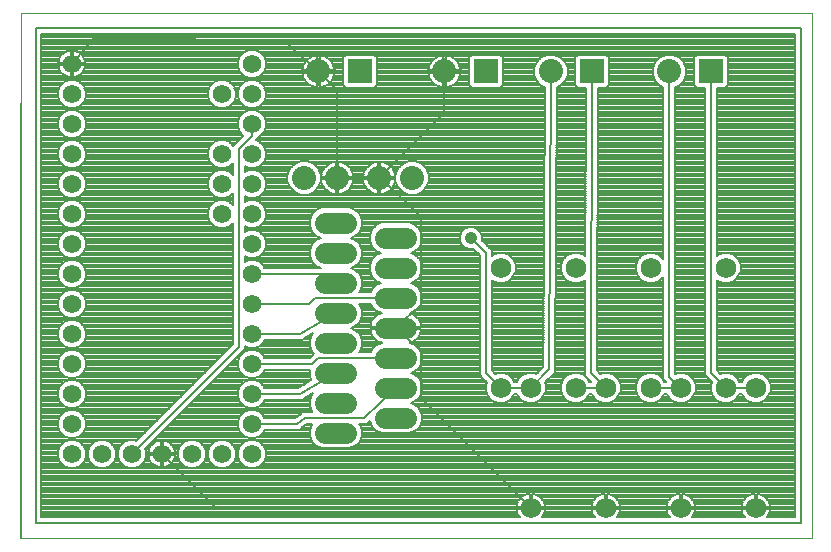
<source format=gtl>
G75*
%MOIN*%
%OFA0B0*%
%FSLAX25Y25*%
%IPPOS*%
%LPD*%
%AMOC8*
5,1,8,0,0,1.08239X$1,22.5*
%
%ADD10C,0.00000*%
%ADD11C,0.00600*%
%ADD12C,0.08000*%
%ADD13C,0.07124*%
%ADD14R,0.08000X0.08000*%
%ADD15C,0.06200*%
%ADD16C,0.06800*%
%ADD17C,0.00800*%
%ADD18C,0.04165*%
D10*
X0001300Y0001300D02*
X0265001Y0001300D01*
X0265001Y0176261D01*
X0001300Y0176261D01*
X0001300Y0146300D01*
D11*
X0001300Y0001300D01*
X0006300Y0006300D02*
X0261300Y0006300D01*
X0261300Y0171300D01*
X0006300Y0171300D01*
X0006300Y0006300D01*
D12*
X0095800Y0121300D03*
X0106800Y0121300D03*
X0120800Y0121300D03*
X0131800Y0121300D03*
X0142520Y0156800D03*
X0178020Y0156800D03*
X0217520Y0156800D03*
X0100520Y0156800D03*
D13*
X0102738Y0106300D02*
X0109862Y0106300D01*
X0109862Y0096300D02*
X0102738Y0096300D01*
X0102738Y0086300D02*
X0109862Y0086300D01*
X0109862Y0076300D02*
X0102738Y0076300D01*
X0102738Y0066300D02*
X0109862Y0066300D01*
X0122738Y0061300D02*
X0129862Y0061300D01*
X0129862Y0051300D02*
X0122738Y0051300D01*
X0122738Y0041300D02*
X0129862Y0041300D01*
X0109862Y0036300D02*
X0102738Y0036300D01*
X0102738Y0046300D02*
X0109862Y0046300D01*
X0109862Y0056300D02*
X0102738Y0056300D01*
X0122738Y0071300D02*
X0129862Y0071300D01*
X0129862Y0081300D02*
X0122738Y0081300D01*
X0122738Y0091300D02*
X0129862Y0091300D01*
X0129862Y0101300D02*
X0122738Y0101300D01*
D14*
X0114300Y0156800D03*
X0156300Y0156800D03*
X0191800Y0156800D03*
X0231300Y0156800D03*
D15*
X0078300Y0159300D03*
X0078300Y0149300D03*
X0068300Y0149300D03*
X0078300Y0139300D03*
X0078300Y0129300D03*
X0068300Y0129300D03*
X0068300Y0119300D03*
X0078300Y0119300D03*
X0078300Y0109300D03*
X0068300Y0109300D03*
X0078300Y0099300D03*
X0078300Y0089300D03*
X0078300Y0079300D03*
X0078300Y0069300D03*
X0078300Y0059300D03*
X0078300Y0049300D03*
X0078300Y0039300D03*
X0078300Y0029300D03*
X0068300Y0029300D03*
X0058300Y0029300D03*
X0048300Y0029300D03*
X0038300Y0029300D03*
X0028300Y0029300D03*
X0018300Y0029300D03*
X0018300Y0039300D03*
X0018300Y0049300D03*
X0018300Y0059300D03*
X0018300Y0069300D03*
X0018300Y0079300D03*
X0018300Y0089300D03*
X0018300Y0099300D03*
X0018300Y0109300D03*
X0018300Y0119300D03*
X0018300Y0129300D03*
X0018300Y0139300D03*
X0018300Y0149300D03*
X0018300Y0159300D03*
D16*
X0161300Y0091300D03*
X0186300Y0091300D03*
X0211300Y0091300D03*
X0236300Y0091300D03*
X0236300Y0051300D03*
X0246300Y0051300D03*
X0221300Y0051300D03*
X0211300Y0051300D03*
X0196300Y0051300D03*
X0186300Y0051300D03*
X0171300Y0051300D03*
X0161300Y0051300D03*
X0171300Y0011300D03*
X0196300Y0011300D03*
X0221300Y0011300D03*
X0246300Y0011300D03*
D17*
X0221300Y0011300D01*
X0196300Y0011300D01*
X0171300Y0011300D01*
X0134787Y0047813D01*
X0134787Y0063641D01*
X0126300Y0071127D01*
X0126300Y0071300D01*
X0126300Y0071473D01*
X0134787Y0078959D01*
X0134787Y0108313D01*
X0121050Y0121550D01*
X0120800Y0121300D01*
X0106800Y0121300D01*
X0106800Y0150520D01*
X0100520Y0156800D01*
X0088674Y0167300D01*
X0031374Y0167600D01*
X0025500Y0167600D01*
X0018300Y0159300D01*
X0018700Y0159405D02*
X0073600Y0159405D01*
X0073600Y0158607D02*
X0022746Y0158607D01*
X0022793Y0158900D02*
X0018700Y0158900D01*
X0018700Y0159700D01*
X0022793Y0159700D01*
X0022689Y0160354D01*
X0022470Y0161027D01*
X0022149Y0161659D01*
X0021732Y0162232D01*
X0021232Y0162732D01*
X0020659Y0163149D01*
X0020027Y0163470D01*
X0019354Y0163689D01*
X0018700Y0163793D01*
X0018700Y0159700D01*
X0017900Y0159700D01*
X0017900Y0163793D01*
X0017246Y0163689D01*
X0016573Y0163470D01*
X0015941Y0163149D01*
X0015368Y0162732D01*
X0014868Y0162232D01*
X0014451Y0161659D01*
X0014130Y0161027D01*
X0013911Y0160354D01*
X0013807Y0159700D01*
X0017900Y0159700D01*
X0017900Y0158900D01*
X0018700Y0158900D01*
X0018700Y0154807D01*
X0019354Y0154911D01*
X0020027Y0155130D01*
X0020659Y0155451D01*
X0021232Y0155868D01*
X0021732Y0156368D01*
X0022149Y0156941D01*
X0022470Y0157573D01*
X0022689Y0158246D01*
X0022793Y0158900D01*
X0022547Y0157808D02*
X0073831Y0157808D01*
X0073600Y0158365D02*
X0074316Y0156638D01*
X0075638Y0155316D01*
X0077365Y0154600D01*
X0079235Y0154600D01*
X0080962Y0155316D01*
X0082284Y0156638D01*
X0083000Y0158365D01*
X0083000Y0160235D01*
X0082284Y0161962D01*
X0080962Y0163284D01*
X0079235Y0164000D01*
X0077365Y0164000D01*
X0075638Y0163284D01*
X0074316Y0161962D01*
X0073600Y0160235D01*
X0073600Y0158365D01*
X0074161Y0157010D02*
X0022183Y0157010D01*
X0021575Y0156211D02*
X0074742Y0156211D01*
X0075541Y0155413D02*
X0020583Y0155413D01*
X0019680Y0153816D02*
X0066920Y0153816D01*
X0067365Y0154000D02*
X0065638Y0153284D01*
X0064316Y0151962D01*
X0063600Y0150235D01*
X0063600Y0148365D01*
X0064316Y0146638D01*
X0065638Y0145316D01*
X0067365Y0144600D01*
X0069235Y0144600D01*
X0070962Y0145316D01*
X0072284Y0146638D01*
X0073000Y0148365D01*
X0073000Y0150235D01*
X0072284Y0151962D01*
X0070962Y0153284D01*
X0069235Y0154000D01*
X0067365Y0154000D01*
X0065370Y0153017D02*
X0021230Y0153017D01*
X0020962Y0153284D02*
X0019235Y0154000D01*
X0017365Y0154000D01*
X0015638Y0153284D01*
X0014316Y0151962D01*
X0013600Y0150235D01*
X0013600Y0148365D01*
X0014316Y0146638D01*
X0015638Y0145316D01*
X0017365Y0144600D01*
X0019235Y0144600D01*
X0020962Y0145316D01*
X0022284Y0146638D01*
X0023000Y0148365D01*
X0023000Y0150235D01*
X0022284Y0151962D01*
X0020962Y0153284D01*
X0022028Y0152219D02*
X0064572Y0152219D01*
X0064091Y0151420D02*
X0022509Y0151420D01*
X0022840Y0150622D02*
X0063760Y0150622D01*
X0063600Y0149823D02*
X0023000Y0149823D01*
X0023000Y0149025D02*
X0063600Y0149025D01*
X0063658Y0148226D02*
X0022942Y0148226D01*
X0022612Y0147428D02*
X0063988Y0147428D01*
X0064324Y0146629D02*
X0022276Y0146629D01*
X0021477Y0145831D02*
X0065123Y0145831D01*
X0066322Y0145032D02*
X0020278Y0145032D01*
X0019235Y0144000D02*
X0017365Y0144000D01*
X0015638Y0143284D01*
X0014316Y0141962D01*
X0013600Y0140235D01*
X0013600Y0138365D01*
X0014316Y0136638D01*
X0015638Y0135316D01*
X0017365Y0134600D01*
X0019235Y0134600D01*
X0020962Y0135316D01*
X0022284Y0136638D01*
X0023000Y0138365D01*
X0023000Y0140235D01*
X0022284Y0141962D01*
X0020962Y0143284D01*
X0019235Y0144000D01*
X0020599Y0143435D02*
X0076001Y0143435D01*
X0075638Y0143284D02*
X0074316Y0141962D01*
X0073600Y0140235D01*
X0073600Y0138365D01*
X0074316Y0136638D01*
X0075522Y0135431D01*
X0073172Y0133081D01*
X0072169Y0132078D01*
X0070962Y0133284D01*
X0069235Y0134000D01*
X0067365Y0134000D01*
X0065638Y0133284D01*
X0064316Y0131962D01*
X0063600Y0130235D01*
X0063600Y0128365D01*
X0064316Y0126638D01*
X0065638Y0125316D01*
X0067365Y0124600D01*
X0069235Y0124600D01*
X0070962Y0125316D01*
X0072000Y0126353D01*
X0072000Y0122247D01*
X0070962Y0123284D01*
X0069235Y0124000D01*
X0067365Y0124000D01*
X0065638Y0123284D01*
X0064316Y0121962D01*
X0063600Y0120235D01*
X0063600Y0118365D01*
X0064316Y0116638D01*
X0065638Y0115316D01*
X0067365Y0114600D01*
X0069235Y0114600D01*
X0070962Y0115316D01*
X0072000Y0116353D01*
X0072000Y0112247D01*
X0070962Y0113284D01*
X0069235Y0114000D01*
X0067365Y0114000D01*
X0065638Y0113284D01*
X0064316Y0111962D01*
X0063600Y0110235D01*
X0063600Y0108365D01*
X0064316Y0106638D01*
X0065638Y0105316D01*
X0067365Y0104600D01*
X0069235Y0104600D01*
X0070962Y0105316D01*
X0072000Y0106353D01*
X0072000Y0065828D01*
X0039897Y0033726D01*
X0039235Y0034000D01*
X0037365Y0034000D01*
X0035638Y0033284D01*
X0034316Y0031962D01*
X0033600Y0030235D01*
X0033600Y0028365D01*
X0034316Y0026638D01*
X0035638Y0025316D01*
X0037365Y0024600D01*
X0039235Y0024600D01*
X0040962Y0025316D01*
X0042284Y0026638D01*
X0043000Y0028365D01*
X0043000Y0030235D01*
X0042726Y0030897D01*
X0074828Y0063000D01*
X0076000Y0064172D01*
X0076000Y0065165D01*
X0077365Y0064600D01*
X0079235Y0064600D01*
X0080962Y0065316D01*
X0082284Y0066638D01*
X0082559Y0067300D01*
X0094041Y0067300D01*
X0094592Y0067155D01*
X0094841Y0067300D01*
X0095128Y0067300D01*
X0095531Y0067703D01*
X0098673Y0069535D01*
X0098361Y0069224D01*
X0097576Y0067327D01*
X0097576Y0065273D01*
X0098361Y0063376D01*
X0099041Y0062696D01*
X0098416Y0062072D01*
X0098416Y0062072D01*
X0097644Y0061300D01*
X0082559Y0061300D01*
X0082284Y0061962D01*
X0080962Y0063284D01*
X0079235Y0064000D01*
X0077365Y0064000D01*
X0075638Y0063284D01*
X0074316Y0061962D01*
X0073600Y0060235D01*
X0073600Y0058365D01*
X0074316Y0056638D01*
X0075638Y0055316D01*
X0077365Y0054600D01*
X0079235Y0054600D01*
X0080962Y0055316D01*
X0082284Y0056638D01*
X0082559Y0057300D01*
X0097576Y0057300D01*
X0097576Y0055273D01*
X0098158Y0053866D01*
X0093759Y0051300D01*
X0082559Y0051300D01*
X0082284Y0051962D01*
X0080962Y0053284D01*
X0079235Y0054000D01*
X0077365Y0054000D01*
X0075638Y0053284D01*
X0074316Y0051962D01*
X0073600Y0050235D01*
X0073600Y0048365D01*
X0074316Y0046638D01*
X0075638Y0045316D01*
X0077365Y0044600D01*
X0079235Y0044600D01*
X0080962Y0045316D01*
X0082284Y0046638D01*
X0082559Y0047300D01*
X0094041Y0047300D01*
X0094592Y0047155D01*
X0094841Y0047300D01*
X0095128Y0047300D01*
X0095531Y0047703D01*
X0098673Y0049535D01*
X0098361Y0049224D01*
X0097576Y0047327D01*
X0097576Y0045273D01*
X0098361Y0043376D01*
X0098494Y0043243D01*
X0096030Y0043243D01*
X0095320Y0043324D01*
X0095218Y0043243D01*
X0095088Y0043243D01*
X0094582Y0042738D01*
X0092774Y0041300D01*
X0082559Y0041300D01*
X0082284Y0041962D01*
X0080962Y0043284D01*
X0079235Y0044000D01*
X0077365Y0044000D01*
X0075638Y0043284D01*
X0074316Y0041962D01*
X0073600Y0040235D01*
X0073600Y0038365D01*
X0074316Y0036638D01*
X0075638Y0035316D01*
X0077365Y0034600D01*
X0079235Y0034600D01*
X0080962Y0035316D01*
X0082284Y0036638D01*
X0082559Y0037300D01*
X0093359Y0037300D01*
X0094069Y0037219D01*
X0094171Y0037300D01*
X0094301Y0037300D01*
X0094807Y0037805D01*
X0096615Y0039243D01*
X0098381Y0039243D01*
X0098361Y0039224D01*
X0097576Y0037327D01*
X0097576Y0035273D01*
X0098361Y0033376D01*
X0099814Y0031924D01*
X0101711Y0031138D01*
X0110889Y0031138D01*
X0112786Y0031924D01*
X0114238Y0033376D01*
X0115024Y0035273D01*
X0115024Y0037327D01*
X0114238Y0039224D01*
X0114219Y0039243D01*
X0115719Y0039243D01*
X0116523Y0039224D01*
X0116543Y0039243D01*
X0116572Y0039243D01*
X0117140Y0039812D01*
X0117589Y0040240D01*
X0118361Y0038376D01*
X0119814Y0036924D01*
X0121711Y0036138D01*
X0130889Y0036138D01*
X0132786Y0036924D01*
X0134238Y0038376D01*
X0135024Y0040273D01*
X0135024Y0042327D01*
X0134238Y0044224D01*
X0132786Y0045676D01*
X0131281Y0046300D01*
X0132786Y0046924D01*
X0134238Y0048376D01*
X0135024Y0050273D01*
X0135024Y0052327D01*
X0134238Y0054224D01*
X0132786Y0055676D01*
X0131281Y0056300D01*
X0132786Y0056924D01*
X0134238Y0058376D01*
X0135024Y0060273D01*
X0135024Y0062327D01*
X0134238Y0064224D01*
X0132786Y0065676D01*
X0130930Y0066445D01*
X0131024Y0066460D01*
X0131767Y0066701D01*
X0132463Y0067056D01*
X0133095Y0067515D01*
X0133647Y0068067D01*
X0134106Y0068699D01*
X0134461Y0069395D01*
X0134702Y0070138D01*
X0134823Y0070900D01*
X0126700Y0070900D01*
X0126700Y0071700D01*
X0134823Y0071700D01*
X0134702Y0072462D01*
X0134461Y0073205D01*
X0134106Y0073901D01*
X0133647Y0074533D01*
X0133095Y0075085D01*
X0132463Y0075544D01*
X0131767Y0075899D01*
X0131024Y0076140D01*
X0130930Y0076155D01*
X0132786Y0076924D01*
X0134238Y0078376D01*
X0135024Y0080273D01*
X0135024Y0082327D01*
X0134238Y0084224D01*
X0132786Y0085676D01*
X0131281Y0086300D01*
X0132786Y0086924D01*
X0134238Y0088376D01*
X0135024Y0090273D01*
X0135024Y0092327D01*
X0134238Y0094224D01*
X0132786Y0095676D01*
X0131281Y0096300D01*
X0132786Y0096924D01*
X0134238Y0098376D01*
X0135024Y0100273D01*
X0135024Y0102327D01*
X0134238Y0104224D01*
X0132786Y0105676D01*
X0130889Y0106462D01*
X0121711Y0106462D01*
X0119814Y0105676D01*
X0118361Y0104224D01*
X0117576Y0102327D01*
X0117576Y0100273D01*
X0118361Y0098376D01*
X0119814Y0096924D01*
X0121319Y0096300D01*
X0119814Y0095676D01*
X0118361Y0094224D01*
X0117576Y0092327D01*
X0117576Y0090273D01*
X0118361Y0088376D01*
X0119814Y0086924D01*
X0121319Y0086300D01*
X0119814Y0085676D01*
X0118361Y0084224D01*
X0117964Y0083264D01*
X0114110Y0083247D01*
X0114238Y0083376D01*
X0115024Y0085273D01*
X0115024Y0087327D01*
X0114238Y0089224D01*
X0112786Y0090676D01*
X0111281Y0091300D01*
X0112786Y0091924D01*
X0114238Y0093376D01*
X0115024Y0095273D01*
X0115024Y0097327D01*
X0114238Y0099224D01*
X0112786Y0100676D01*
X0111281Y0101300D01*
X0112786Y0101924D01*
X0114238Y0103376D01*
X0115024Y0105273D01*
X0115024Y0107327D01*
X0114238Y0109224D01*
X0112786Y0110676D01*
X0110889Y0111462D01*
X0101711Y0111462D01*
X0099814Y0110676D01*
X0098361Y0109224D01*
X0097576Y0107327D01*
X0097576Y0105273D01*
X0098361Y0103376D01*
X0099814Y0101924D01*
X0101319Y0101300D01*
X0099814Y0100676D01*
X0098361Y0099224D01*
X0097576Y0097327D01*
X0097576Y0095273D01*
X0098361Y0093376D01*
X0099814Y0091924D01*
X0101319Y0091300D01*
X0082559Y0091300D01*
X0082284Y0091962D01*
X0080962Y0093284D01*
X0079235Y0094000D01*
X0077365Y0094000D01*
X0076000Y0093435D01*
X0076000Y0095165D01*
X0077365Y0094600D01*
X0079235Y0094600D01*
X0080962Y0095316D01*
X0082284Y0096638D01*
X0083000Y0098365D01*
X0083000Y0100235D01*
X0082284Y0101962D01*
X0080962Y0103284D01*
X0079235Y0104000D01*
X0077365Y0104000D01*
X0076000Y0103435D01*
X0076000Y0105165D01*
X0077365Y0104600D01*
X0079235Y0104600D01*
X0080962Y0105316D01*
X0082284Y0106638D01*
X0083000Y0108365D01*
X0083000Y0110235D01*
X0082284Y0111962D01*
X0080962Y0113284D01*
X0079235Y0114000D01*
X0077365Y0114000D01*
X0076000Y0113435D01*
X0076000Y0115165D01*
X0077365Y0114600D01*
X0079235Y0114600D01*
X0080962Y0115316D01*
X0082284Y0116638D01*
X0083000Y0118365D01*
X0083000Y0120235D01*
X0082284Y0121962D01*
X0080962Y0123284D01*
X0079235Y0124000D01*
X0077365Y0124000D01*
X0076000Y0123435D01*
X0076000Y0125165D01*
X0077365Y0124600D01*
X0079235Y0124600D01*
X0080962Y0125316D01*
X0082284Y0126638D01*
X0083000Y0128365D01*
X0083000Y0130235D01*
X0082284Y0131962D01*
X0080962Y0133284D01*
X0079597Y0133850D01*
X0080300Y0134553D01*
X0080300Y0135041D01*
X0080962Y0135316D01*
X0082284Y0136638D01*
X0083000Y0138365D01*
X0083000Y0140235D01*
X0082284Y0141962D01*
X0080962Y0143284D01*
X0079235Y0144000D01*
X0077365Y0144000D01*
X0075638Y0143284D01*
X0074990Y0142637D02*
X0021610Y0142637D01*
X0022336Y0141838D02*
X0074264Y0141838D01*
X0073933Y0141039D02*
X0022667Y0141039D01*
X0022997Y0140241D02*
X0073603Y0140241D01*
X0073600Y0139442D02*
X0023000Y0139442D01*
X0023000Y0138644D02*
X0073600Y0138644D01*
X0073815Y0137845D02*
X0022785Y0137845D01*
X0022454Y0137047D02*
X0074146Y0137047D01*
X0074705Y0136248D02*
X0021895Y0136248D01*
X0021097Y0135450D02*
X0075503Y0135450D01*
X0074742Y0134651D02*
X0019359Y0134651D01*
X0019235Y0134000D02*
X0017365Y0134000D01*
X0015638Y0133284D01*
X0014316Y0131962D01*
X0013600Y0130235D01*
X0013600Y0128365D01*
X0014316Y0126638D01*
X0015638Y0125316D01*
X0017365Y0124600D01*
X0019235Y0124600D01*
X0020962Y0125316D01*
X0022284Y0126638D01*
X0023000Y0128365D01*
X0023000Y0130235D01*
X0022284Y0131962D01*
X0020962Y0133284D01*
X0019235Y0134000D01*
X0019590Y0133853D02*
X0067010Y0133853D01*
X0065408Y0133054D02*
X0021192Y0133054D01*
X0021991Y0132256D02*
X0064609Y0132256D01*
X0064106Y0131457D02*
X0022494Y0131457D01*
X0022824Y0130659D02*
X0063776Y0130659D01*
X0063600Y0129860D02*
X0023000Y0129860D01*
X0023000Y0129062D02*
X0063600Y0129062D01*
X0063642Y0128263D02*
X0022958Y0128263D01*
X0022627Y0127465D02*
X0063973Y0127465D01*
X0064304Y0126666D02*
X0022296Y0126666D01*
X0021515Y0125868D02*
X0065085Y0125868D01*
X0066232Y0125069D02*
X0020368Y0125069D01*
X0019235Y0124000D02*
X0017365Y0124000D01*
X0015638Y0123284D01*
X0014316Y0121962D01*
X0013600Y0120235D01*
X0013600Y0118365D01*
X0014316Y0116638D01*
X0015638Y0115316D01*
X0017365Y0114600D01*
X0019235Y0114600D01*
X0020962Y0115316D01*
X0022284Y0116638D01*
X0023000Y0118365D01*
X0023000Y0120235D01*
X0022284Y0121962D01*
X0020962Y0123284D01*
X0019235Y0124000D01*
X0020509Y0123472D02*
X0066091Y0123472D01*
X0065027Y0122674D02*
X0021573Y0122674D01*
X0022321Y0121875D02*
X0064279Y0121875D01*
X0063949Y0121077D02*
X0022651Y0121077D01*
X0022982Y0120278D02*
X0063618Y0120278D01*
X0063600Y0119480D02*
X0023000Y0119480D01*
X0023000Y0118681D02*
X0063600Y0118681D01*
X0063800Y0117883D02*
X0022800Y0117883D01*
X0022469Y0117084D02*
X0064131Y0117084D01*
X0064668Y0116286D02*
X0021932Y0116286D01*
X0021134Y0115487D02*
X0065466Y0115487D01*
X0067151Y0114689D02*
X0019449Y0114689D01*
X0019235Y0114000D02*
X0017365Y0114000D01*
X0015638Y0113284D01*
X0014316Y0111962D01*
X0013600Y0110235D01*
X0013600Y0108365D01*
X0014316Y0106638D01*
X0015638Y0105316D01*
X0017365Y0104600D01*
X0019235Y0104600D01*
X0020962Y0105316D01*
X0022284Y0106638D01*
X0023000Y0108365D01*
X0023000Y0110235D01*
X0022284Y0111962D01*
X0020962Y0113284D01*
X0019235Y0114000D01*
X0019500Y0113890D02*
X0067100Y0113890D01*
X0065445Y0113092D02*
X0021155Y0113092D01*
X0021954Y0112293D02*
X0064646Y0112293D01*
X0064122Y0111495D02*
X0022478Y0111495D01*
X0022809Y0110696D02*
X0063791Y0110696D01*
X0063600Y0109898D02*
X0023000Y0109898D01*
X0023000Y0109099D02*
X0063600Y0109099D01*
X0063627Y0108301D02*
X0022973Y0108301D01*
X0022642Y0107502D02*
X0063957Y0107502D01*
X0064288Y0106703D02*
X0022312Y0106703D01*
X0021552Y0105905D02*
X0065048Y0105905D01*
X0066142Y0105106D02*
X0020458Y0105106D01*
X0020419Y0103509D02*
X0072000Y0103509D01*
X0072000Y0102711D02*
X0021536Y0102711D01*
X0020962Y0103284D02*
X0022284Y0101962D01*
X0023000Y0100235D01*
X0023000Y0098365D01*
X0022284Y0096638D01*
X0020962Y0095316D01*
X0019235Y0094600D01*
X0017365Y0094600D01*
X0015638Y0095316D01*
X0014316Y0096638D01*
X0013600Y0098365D01*
X0013600Y0100235D01*
X0014316Y0101962D01*
X0015638Y0103284D01*
X0017365Y0104000D01*
X0019235Y0104000D01*
X0020962Y0103284D01*
X0022305Y0101912D02*
X0072000Y0101912D01*
X0072000Y0101114D02*
X0022636Y0101114D01*
X0022967Y0100315D02*
X0072000Y0100315D01*
X0072000Y0099517D02*
X0023000Y0099517D01*
X0023000Y0098718D02*
X0072000Y0098718D01*
X0072000Y0097920D02*
X0022816Y0097920D01*
X0022485Y0097121D02*
X0072000Y0097121D01*
X0072000Y0096323D02*
X0021970Y0096323D01*
X0021171Y0095524D02*
X0072000Y0095524D01*
X0072000Y0094726D02*
X0019539Y0094726D01*
X0019235Y0094000D02*
X0017365Y0094000D01*
X0015638Y0093284D01*
X0014316Y0091962D01*
X0013600Y0090235D01*
X0013600Y0088365D01*
X0014316Y0086638D01*
X0015638Y0085316D01*
X0017365Y0084600D01*
X0019235Y0084600D01*
X0020962Y0085316D01*
X0022284Y0086638D01*
X0023000Y0088365D01*
X0023000Y0090235D01*
X0022284Y0091962D01*
X0020962Y0093284D01*
X0019235Y0094000D01*
X0019410Y0093927D02*
X0072000Y0093927D01*
X0072000Y0093129D02*
X0021118Y0093129D01*
X0021916Y0092330D02*
X0072000Y0092330D01*
X0072000Y0091532D02*
X0022463Y0091532D01*
X0022794Y0090733D02*
X0072000Y0090733D01*
X0072000Y0089935D02*
X0023000Y0089935D01*
X0023000Y0089136D02*
X0072000Y0089136D01*
X0072000Y0088338D02*
X0022989Y0088338D01*
X0022658Y0087539D02*
X0072000Y0087539D01*
X0072000Y0086741D02*
X0022327Y0086741D01*
X0021589Y0085942D02*
X0072000Y0085942D01*
X0072000Y0085144D02*
X0020547Y0085144D01*
X0020329Y0083547D02*
X0072000Y0083547D01*
X0072000Y0084345D02*
X0008200Y0084345D01*
X0008200Y0083547D02*
X0016271Y0083547D01*
X0015638Y0083284D02*
X0017365Y0084000D01*
X0019235Y0084000D01*
X0020962Y0083284D01*
X0022284Y0081962D01*
X0023000Y0080235D01*
X0023000Y0078365D01*
X0022284Y0076638D01*
X0020962Y0075316D01*
X0019235Y0074600D01*
X0017365Y0074600D01*
X0015638Y0075316D01*
X0014316Y0076638D01*
X0013600Y0078365D01*
X0013600Y0080235D01*
X0014316Y0081962D01*
X0015638Y0083284D01*
X0015101Y0082748D02*
X0008200Y0082748D01*
X0008200Y0081950D02*
X0014310Y0081950D01*
X0013980Y0081151D02*
X0008200Y0081151D01*
X0008200Y0080353D02*
X0013649Y0080353D01*
X0013600Y0079554D02*
X0008200Y0079554D01*
X0008200Y0078756D02*
X0013600Y0078756D01*
X0013769Y0077957D02*
X0008200Y0077957D01*
X0008200Y0077159D02*
X0014100Y0077159D01*
X0014593Y0076360D02*
X0008200Y0076360D01*
X0008200Y0075562D02*
X0015392Y0075562D01*
X0016971Y0074763D02*
X0008200Y0074763D01*
X0008200Y0073965D02*
X0017280Y0073965D01*
X0017365Y0074000D02*
X0015638Y0073284D01*
X0014316Y0071962D01*
X0013600Y0070235D01*
X0013600Y0068365D01*
X0014316Y0066638D01*
X0015638Y0065316D01*
X0017365Y0064600D01*
X0019235Y0064600D01*
X0020962Y0065316D01*
X0022284Y0066638D01*
X0023000Y0068365D01*
X0023000Y0070235D01*
X0022284Y0071962D01*
X0020962Y0073284D01*
X0019235Y0074000D01*
X0017365Y0074000D01*
X0019320Y0073965D02*
X0072000Y0073965D01*
X0072000Y0074763D02*
X0019629Y0074763D01*
X0021208Y0075562D02*
X0072000Y0075562D01*
X0072000Y0076360D02*
X0022007Y0076360D01*
X0022500Y0077159D02*
X0072000Y0077159D01*
X0072000Y0077957D02*
X0022831Y0077957D01*
X0023000Y0078756D02*
X0072000Y0078756D01*
X0072000Y0079554D02*
X0023000Y0079554D01*
X0022951Y0080353D02*
X0072000Y0080353D01*
X0072000Y0081151D02*
X0022620Y0081151D01*
X0022290Y0081950D02*
X0072000Y0081950D01*
X0072000Y0082748D02*
X0021499Y0082748D01*
X0016053Y0085144D02*
X0008200Y0085144D01*
X0008200Y0085942D02*
X0015011Y0085942D01*
X0014273Y0086741D02*
X0008200Y0086741D01*
X0008200Y0087539D02*
X0013942Y0087539D01*
X0013611Y0088338D02*
X0008200Y0088338D01*
X0008200Y0089136D02*
X0013600Y0089136D01*
X0013600Y0089935D02*
X0008200Y0089935D01*
X0008200Y0090733D02*
X0013806Y0090733D01*
X0014137Y0091532D02*
X0008200Y0091532D01*
X0008200Y0092330D02*
X0014683Y0092330D01*
X0015482Y0093129D02*
X0008200Y0093129D01*
X0008200Y0093927D02*
X0017190Y0093927D01*
X0017061Y0094726D02*
X0008200Y0094726D01*
X0008200Y0095524D02*
X0015429Y0095524D01*
X0014630Y0096323D02*
X0008200Y0096323D01*
X0008200Y0097121D02*
X0014115Y0097121D01*
X0013784Y0097920D02*
X0008200Y0097920D01*
X0008200Y0098718D02*
X0013600Y0098718D01*
X0013600Y0099517D02*
X0008200Y0099517D01*
X0008200Y0100315D02*
X0013633Y0100315D01*
X0013964Y0101114D02*
X0008200Y0101114D01*
X0008200Y0101912D02*
X0014295Y0101912D01*
X0015064Y0102711D02*
X0008200Y0102711D01*
X0008200Y0103509D02*
X0016181Y0103509D01*
X0016142Y0105106D02*
X0008200Y0105106D01*
X0008200Y0104308D02*
X0072000Y0104308D01*
X0072000Y0105106D02*
X0070458Y0105106D01*
X0071552Y0105905D02*
X0072000Y0105905D01*
X0076000Y0105106D02*
X0076142Y0105106D01*
X0076000Y0104308D02*
X0097975Y0104308D01*
X0097645Y0105106D02*
X0080458Y0105106D01*
X0081552Y0105905D02*
X0097576Y0105905D01*
X0097576Y0106703D02*
X0082312Y0106703D01*
X0082642Y0107502D02*
X0097648Y0107502D01*
X0097979Y0108301D02*
X0082973Y0108301D01*
X0083000Y0109099D02*
X0098310Y0109099D01*
X0099035Y0109898D02*
X0083000Y0109898D01*
X0082809Y0110696D02*
X0099861Y0110696D01*
X0098328Y0116286D02*
X0104758Y0116286D01*
X0104727Y0116296D02*
X0105535Y0116033D01*
X0106375Y0115900D01*
X0106400Y0115900D01*
X0106400Y0120900D01*
X0107200Y0120900D01*
X0107200Y0121700D01*
X0112200Y0121700D01*
X0112200Y0121725D01*
X0112067Y0122565D01*
X0111804Y0123373D01*
X0111418Y0124130D01*
X0110919Y0124818D01*
X0110318Y0125419D01*
X0109630Y0125918D01*
X0108873Y0126304D01*
X0108065Y0126567D01*
X0107225Y0126700D01*
X0107200Y0126700D01*
X0107200Y0121700D01*
X0106400Y0121700D01*
X0106400Y0126700D01*
X0106375Y0126700D01*
X0105535Y0126567D01*
X0104727Y0126304D01*
X0103970Y0125918D01*
X0103282Y0125419D01*
X0102681Y0124818D01*
X0102182Y0124130D01*
X0101796Y0123373D01*
X0101533Y0122565D01*
X0101400Y0121725D01*
X0101400Y0121700D01*
X0106400Y0121700D01*
X0106400Y0120900D01*
X0101400Y0120900D01*
X0101400Y0120875D01*
X0101533Y0120035D01*
X0101796Y0119227D01*
X0102182Y0118470D01*
X0102681Y0117782D01*
X0103282Y0117181D01*
X0103970Y0116682D01*
X0104727Y0116296D01*
X0103416Y0117084D02*
X0099504Y0117084D01*
X0098972Y0116553D02*
X0100547Y0118128D01*
X0101400Y0120186D01*
X0101400Y0122414D01*
X0100547Y0124472D01*
X0098972Y0126047D01*
X0096914Y0126900D01*
X0094686Y0126900D01*
X0092628Y0126047D01*
X0091053Y0124472D01*
X0090200Y0122414D01*
X0090200Y0120186D01*
X0091053Y0118128D01*
X0092628Y0116553D01*
X0094686Y0115700D01*
X0096914Y0115700D01*
X0098972Y0116553D01*
X0100302Y0117883D02*
X0102608Y0117883D01*
X0102074Y0118681D02*
X0100777Y0118681D01*
X0101107Y0119480D02*
X0101714Y0119480D01*
X0101495Y0120278D02*
X0101400Y0120278D01*
X0101400Y0121077D02*
X0106400Y0121077D01*
X0106400Y0121875D02*
X0107200Y0121875D01*
X0107200Y0121077D02*
X0120400Y0121077D01*
X0120400Y0120900D02*
X0115400Y0120900D01*
X0115400Y0120875D01*
X0115533Y0120035D01*
X0115796Y0119227D01*
X0116182Y0118470D01*
X0116681Y0117782D01*
X0117282Y0117181D01*
X0117970Y0116682D01*
X0118727Y0116296D01*
X0119535Y0116033D01*
X0120375Y0115900D01*
X0120400Y0115900D01*
X0120400Y0120900D01*
X0121200Y0120900D01*
X0121200Y0121700D01*
X0126200Y0121700D01*
X0126200Y0121725D01*
X0126067Y0122565D01*
X0125804Y0123373D01*
X0125418Y0124130D01*
X0124919Y0124818D01*
X0124318Y0125419D01*
X0123630Y0125918D01*
X0122873Y0126304D01*
X0122065Y0126567D01*
X0121225Y0126700D01*
X0121200Y0126700D01*
X0121200Y0121700D01*
X0120400Y0121700D01*
X0120400Y0126700D01*
X0120375Y0126700D01*
X0119535Y0126567D01*
X0118727Y0126304D01*
X0117970Y0125918D01*
X0117282Y0125419D01*
X0116681Y0124818D01*
X0116182Y0124130D01*
X0115796Y0123373D01*
X0115533Y0122565D01*
X0115400Y0121725D01*
X0115400Y0121700D01*
X0120400Y0121700D01*
X0120400Y0120900D01*
X0120400Y0120278D02*
X0121200Y0120278D01*
X0121200Y0120900D02*
X0121200Y0115900D01*
X0121225Y0115900D01*
X0122065Y0116033D01*
X0122873Y0116296D01*
X0123630Y0116682D01*
X0124318Y0117181D01*
X0124919Y0117782D01*
X0125418Y0118470D01*
X0125804Y0119227D01*
X0126067Y0120035D01*
X0126200Y0120875D01*
X0126200Y0120900D01*
X0121200Y0120900D01*
X0121200Y0121077D02*
X0126200Y0121077D01*
X0126176Y0121875D02*
X0126200Y0121875D01*
X0126200Y0122414D02*
X0126200Y0120186D01*
X0127053Y0118128D01*
X0128628Y0116553D01*
X0130686Y0115700D01*
X0132914Y0115700D01*
X0134972Y0116553D01*
X0136547Y0118128D01*
X0137400Y0120186D01*
X0137400Y0122414D01*
X0136547Y0124472D01*
X0134972Y0126047D01*
X0132914Y0126900D01*
X0130686Y0126900D01*
X0128628Y0126047D01*
X0127053Y0124472D01*
X0126200Y0122414D01*
X0126308Y0122674D02*
X0126032Y0122674D01*
X0125754Y0123472D02*
X0126638Y0123472D01*
X0126969Y0124271D02*
X0125316Y0124271D01*
X0124667Y0125069D02*
X0127650Y0125069D01*
X0128448Y0125868D02*
X0123700Y0125868D01*
X0121438Y0126666D02*
X0130122Y0126666D01*
X0133478Y0126666D02*
X0175869Y0126666D01*
X0175865Y0125868D02*
X0135152Y0125868D01*
X0135950Y0125069D02*
X0175861Y0125069D01*
X0175857Y0124271D02*
X0136631Y0124271D01*
X0136962Y0123472D02*
X0175853Y0123472D01*
X0175849Y0122674D02*
X0137292Y0122674D01*
X0137400Y0121875D02*
X0175845Y0121875D01*
X0175841Y0121077D02*
X0137400Y0121077D01*
X0137400Y0120278D02*
X0175837Y0120278D01*
X0175833Y0119480D02*
X0137107Y0119480D01*
X0136777Y0118681D02*
X0175828Y0118681D01*
X0175824Y0117883D02*
X0136302Y0117883D01*
X0135504Y0117084D02*
X0175820Y0117084D01*
X0175816Y0116286D02*
X0134328Y0116286D01*
X0129272Y0116286D02*
X0122842Y0116286D01*
X0124184Y0117084D02*
X0128096Y0117084D01*
X0127298Y0117883D02*
X0124992Y0117883D01*
X0125526Y0118681D02*
X0126823Y0118681D01*
X0126493Y0119480D02*
X0125886Y0119480D01*
X0126105Y0120278D02*
X0126200Y0120278D01*
X0121200Y0119480D02*
X0120400Y0119480D01*
X0120400Y0118681D02*
X0121200Y0118681D01*
X0121200Y0117883D02*
X0120400Y0117883D01*
X0120400Y0117084D02*
X0121200Y0117084D01*
X0121200Y0116286D02*
X0120400Y0116286D01*
X0118758Y0116286D02*
X0108842Y0116286D01*
X0108873Y0116296D02*
X0109630Y0116682D01*
X0110318Y0117181D01*
X0110919Y0117782D01*
X0111418Y0118470D01*
X0111804Y0119227D01*
X0112067Y0120035D01*
X0112200Y0120875D01*
X0112200Y0120900D01*
X0107200Y0120900D01*
X0107200Y0115900D01*
X0107225Y0115900D01*
X0108065Y0116033D01*
X0108873Y0116296D01*
X0110184Y0117084D02*
X0117416Y0117084D01*
X0116608Y0117883D02*
X0110992Y0117883D01*
X0111526Y0118681D02*
X0116074Y0118681D01*
X0115714Y0119480D02*
X0111886Y0119480D01*
X0112105Y0120278D02*
X0115495Y0120278D01*
X0115424Y0121875D02*
X0112176Y0121875D01*
X0112032Y0122674D02*
X0115568Y0122674D01*
X0115846Y0123472D02*
X0111754Y0123472D01*
X0111316Y0124271D02*
X0116284Y0124271D01*
X0116933Y0125069D02*
X0110667Y0125069D01*
X0109700Y0125868D02*
X0117900Y0125868D01*
X0120162Y0126666D02*
X0107438Y0126666D01*
X0107200Y0126666D02*
X0106400Y0126666D01*
X0106162Y0126666D02*
X0097478Y0126666D01*
X0099152Y0125868D02*
X0103900Y0125868D01*
X0102933Y0125069D02*
X0099950Y0125069D01*
X0100631Y0124271D02*
X0102284Y0124271D01*
X0101846Y0123472D02*
X0100962Y0123472D01*
X0101292Y0122674D02*
X0101568Y0122674D01*
X0101424Y0121875D02*
X0101400Y0121875D01*
X0106400Y0122674D02*
X0107200Y0122674D01*
X0107200Y0123472D02*
X0106400Y0123472D01*
X0106400Y0124271D02*
X0107200Y0124271D01*
X0107200Y0125069D02*
X0106400Y0125069D01*
X0106400Y0125868D02*
X0107200Y0125868D01*
X0107200Y0120278D02*
X0106400Y0120278D01*
X0106400Y0119480D02*
X0107200Y0119480D01*
X0107200Y0118681D02*
X0106400Y0118681D01*
X0106400Y0117883D02*
X0107200Y0117883D01*
X0107200Y0117084D02*
X0106400Y0117084D01*
X0106400Y0116286D02*
X0107200Y0116286D01*
X0112739Y0110696D02*
X0175788Y0110696D01*
X0175784Y0109898D02*
X0113565Y0109898D01*
X0114290Y0109099D02*
X0175780Y0109099D01*
X0175776Y0108301D02*
X0114621Y0108301D01*
X0114952Y0107502D02*
X0175772Y0107502D01*
X0175768Y0106703D02*
X0115024Y0106703D01*
X0115024Y0105905D02*
X0120366Y0105905D01*
X0119244Y0105106D02*
X0114955Y0105106D01*
X0114625Y0104308D02*
X0118445Y0104308D01*
X0118065Y0103509D02*
X0114294Y0103509D01*
X0113574Y0102711D02*
X0117735Y0102711D01*
X0117576Y0101912D02*
X0112759Y0101912D01*
X0111730Y0101114D02*
X0117576Y0101114D01*
X0117576Y0100315D02*
X0113147Y0100315D01*
X0113946Y0099517D02*
X0117889Y0099517D01*
X0118220Y0098718D02*
X0114448Y0098718D01*
X0114779Y0097920D02*
X0118817Y0097920D01*
X0119616Y0097121D02*
X0115024Y0097121D01*
X0115024Y0096323D02*
X0121264Y0096323D01*
X0119662Y0095524D02*
X0115024Y0095524D01*
X0114798Y0094726D02*
X0118863Y0094726D01*
X0118239Y0093927D02*
X0114467Y0093927D01*
X0113991Y0093129D02*
X0117908Y0093129D01*
X0117577Y0092330D02*
X0113193Y0092330D01*
X0111840Y0091532D02*
X0117576Y0091532D01*
X0117576Y0090733D02*
X0112649Y0090733D01*
X0113528Y0089935D02*
X0117716Y0089935D01*
X0118047Y0089136D02*
X0114275Y0089136D01*
X0114606Y0088338D02*
X0118400Y0088338D01*
X0119198Y0087539D02*
X0114936Y0087539D01*
X0115024Y0086741D02*
X0120255Y0086741D01*
X0120456Y0085942D02*
X0115024Y0085942D01*
X0114971Y0085144D02*
X0119281Y0085144D01*
X0118483Y0084345D02*
X0114640Y0084345D01*
X0114309Y0083547D02*
X0118081Y0083547D01*
X0113243Y0081243D02*
X0099416Y0081243D01*
X0097473Y0079300D01*
X0078300Y0079300D01*
X0072000Y0073166D02*
X0021081Y0073166D01*
X0021879Y0072368D02*
X0072000Y0072368D01*
X0072000Y0071569D02*
X0022447Y0071569D01*
X0022778Y0070770D02*
X0072000Y0070770D01*
X0072000Y0069972D02*
X0023000Y0069972D01*
X0023000Y0069173D02*
X0072000Y0069173D01*
X0072000Y0068375D02*
X0023000Y0068375D01*
X0022673Y0067576D02*
X0072000Y0067576D01*
X0072000Y0066778D02*
X0022343Y0066778D01*
X0021626Y0065979D02*
X0072000Y0065979D01*
X0071352Y0065181D02*
X0020637Y0065181D01*
X0020239Y0063584D02*
X0069755Y0063584D01*
X0068957Y0062785D02*
X0021461Y0062785D01*
X0020962Y0063284D02*
X0019235Y0064000D01*
X0017365Y0064000D01*
X0015638Y0063284D01*
X0014316Y0061962D01*
X0013600Y0060235D01*
X0013600Y0058365D01*
X0014316Y0056638D01*
X0015638Y0055316D01*
X0017365Y0054600D01*
X0019235Y0054600D01*
X0020962Y0055316D01*
X0022284Y0056638D01*
X0023000Y0058365D01*
X0023000Y0060235D01*
X0022284Y0061962D01*
X0020962Y0063284D01*
X0022260Y0061987D02*
X0068158Y0061987D01*
X0067360Y0061188D02*
X0022605Y0061188D01*
X0022936Y0060390D02*
X0066561Y0060390D01*
X0065763Y0059591D02*
X0023000Y0059591D01*
X0023000Y0058793D02*
X0064964Y0058793D01*
X0064166Y0057994D02*
X0022846Y0057994D01*
X0022516Y0057196D02*
X0063367Y0057196D01*
X0062569Y0056397D02*
X0022044Y0056397D01*
X0021246Y0055599D02*
X0061770Y0055599D01*
X0060972Y0054800D02*
X0019718Y0054800D01*
X0019235Y0054000D02*
X0017365Y0054000D01*
X0015638Y0053284D01*
X0014316Y0051962D01*
X0013600Y0050235D01*
X0013600Y0048365D01*
X0014316Y0046638D01*
X0015638Y0045316D01*
X0017365Y0044600D01*
X0019235Y0044600D01*
X0020962Y0045316D01*
X0022284Y0046638D01*
X0023000Y0048365D01*
X0023000Y0050235D01*
X0022284Y0051962D01*
X0020962Y0053284D01*
X0019235Y0054000D01*
X0021044Y0053203D02*
X0059375Y0053203D01*
X0058576Y0052405D02*
X0021842Y0052405D01*
X0022432Y0051606D02*
X0057778Y0051606D01*
X0056979Y0050808D02*
X0022763Y0050808D01*
X0023000Y0050009D02*
X0056181Y0050009D01*
X0055382Y0049211D02*
X0023000Y0049211D01*
X0023000Y0048412D02*
X0054584Y0048412D01*
X0053785Y0047614D02*
X0022689Y0047614D01*
X0022358Y0046815D02*
X0052987Y0046815D01*
X0052188Y0046017D02*
X0021663Y0046017D01*
X0020727Y0045218D02*
X0051390Y0045218D01*
X0050591Y0044420D02*
X0008200Y0044420D01*
X0008200Y0045218D02*
X0015873Y0045218D01*
X0014937Y0046017D02*
X0008200Y0046017D01*
X0008200Y0046815D02*
X0014242Y0046815D01*
X0013911Y0047614D02*
X0008200Y0047614D01*
X0008200Y0048412D02*
X0013600Y0048412D01*
X0013600Y0049211D02*
X0008200Y0049211D01*
X0008200Y0050009D02*
X0013600Y0050009D01*
X0013837Y0050808D02*
X0008200Y0050808D01*
X0008200Y0051606D02*
X0014168Y0051606D01*
X0014758Y0052405D02*
X0008200Y0052405D01*
X0008200Y0053203D02*
X0015556Y0053203D01*
X0016882Y0054800D02*
X0008200Y0054800D01*
X0008200Y0054002D02*
X0060173Y0054002D01*
X0063435Y0051606D02*
X0074168Y0051606D01*
X0073837Y0050808D02*
X0062636Y0050808D01*
X0061838Y0050009D02*
X0073600Y0050009D01*
X0073600Y0049211D02*
X0061039Y0049211D01*
X0060241Y0048412D02*
X0073600Y0048412D01*
X0073911Y0047614D02*
X0059442Y0047614D01*
X0058644Y0046815D02*
X0074242Y0046815D01*
X0074937Y0046017D02*
X0057845Y0046017D01*
X0057047Y0045218D02*
X0075873Y0045218D01*
X0076450Y0043621D02*
X0055450Y0043621D01*
X0056248Y0044420D02*
X0097929Y0044420D01*
X0097598Y0045218D02*
X0080727Y0045218D01*
X0081663Y0046017D02*
X0097576Y0046017D01*
X0097576Y0046815D02*
X0082358Y0046815D01*
X0078300Y0049300D02*
X0094300Y0049300D01*
X0106300Y0056300D01*
X0100416Y0061243D02*
X0098473Y0059300D01*
X0078300Y0059300D01*
X0082260Y0061987D02*
X0098331Y0061987D01*
X0098952Y0062785D02*
X0081461Y0062785D01*
X0080239Y0063584D02*
X0098275Y0063584D01*
X0097945Y0064382D02*
X0076000Y0064382D01*
X0076361Y0063584D02*
X0075412Y0063584D01*
X0075139Y0062785D02*
X0074614Y0062785D01*
X0074340Y0061987D02*
X0073815Y0061987D01*
X0073995Y0061188D02*
X0073017Y0061188D01*
X0073664Y0060390D02*
X0072218Y0060390D01*
X0071420Y0059591D02*
X0073600Y0059591D01*
X0073600Y0058793D02*
X0070621Y0058793D01*
X0069823Y0057994D02*
X0073754Y0057994D01*
X0074084Y0057196D02*
X0069024Y0057196D01*
X0068226Y0056397D02*
X0074556Y0056397D01*
X0075354Y0055599D02*
X0067427Y0055599D01*
X0066629Y0054800D02*
X0076882Y0054800D01*
X0075556Y0053203D02*
X0065032Y0053203D01*
X0065830Y0054002D02*
X0098102Y0054002D01*
X0097771Y0054800D02*
X0079718Y0054800D01*
X0081246Y0055599D02*
X0097576Y0055599D01*
X0097576Y0056397D02*
X0082044Y0056397D01*
X0082516Y0057196D02*
X0097576Y0057196D01*
X0097022Y0053203D02*
X0081044Y0053203D01*
X0081842Y0052405D02*
X0095653Y0052405D01*
X0094284Y0051606D02*
X0082432Y0051606D01*
X0074758Y0052405D02*
X0064233Y0052405D01*
X0054651Y0042823D02*
X0075176Y0042823D01*
X0074377Y0042024D02*
X0053852Y0042024D01*
X0053054Y0041226D02*
X0074010Y0041226D01*
X0073680Y0040427D02*
X0052255Y0040427D01*
X0051457Y0039629D02*
X0073600Y0039629D01*
X0073600Y0038830D02*
X0050658Y0038830D01*
X0049860Y0038032D02*
X0073738Y0038032D01*
X0074069Y0037233D02*
X0049061Y0037233D01*
X0048263Y0036434D02*
X0074519Y0036434D01*
X0075317Y0035636D02*
X0047464Y0035636D01*
X0046666Y0034837D02*
X0076792Y0034837D01*
X0077365Y0034000D02*
X0075638Y0033284D01*
X0074316Y0031962D01*
X0073600Y0030235D01*
X0073600Y0028365D01*
X0074316Y0026638D01*
X0075638Y0025316D01*
X0077365Y0024600D01*
X0079235Y0024600D01*
X0080962Y0025316D01*
X0082284Y0026638D01*
X0083000Y0028365D01*
X0083000Y0030235D01*
X0082284Y0031962D01*
X0080962Y0033284D01*
X0079235Y0034000D01*
X0077365Y0034000D01*
X0075594Y0033240D02*
X0071006Y0033240D01*
X0070962Y0033284D02*
X0069235Y0034000D01*
X0067365Y0034000D01*
X0065638Y0033284D01*
X0064316Y0031962D01*
X0063600Y0030235D01*
X0063600Y0028365D01*
X0064316Y0026638D01*
X0065638Y0025316D01*
X0067365Y0024600D01*
X0069235Y0024600D01*
X0070962Y0025316D01*
X0072284Y0026638D01*
X0073000Y0028365D01*
X0073000Y0030235D01*
X0072284Y0031962D01*
X0070962Y0033284D01*
X0071805Y0032442D02*
X0074795Y0032442D01*
X0074183Y0031643D02*
X0072417Y0031643D01*
X0072747Y0030845D02*
X0073853Y0030845D01*
X0073600Y0030046D02*
X0073000Y0030046D01*
X0073000Y0029248D02*
X0073600Y0029248D01*
X0073600Y0028449D02*
X0073000Y0028449D01*
X0072704Y0027651D02*
X0073896Y0027651D01*
X0074227Y0026852D02*
X0072373Y0026852D01*
X0071701Y0026054D02*
X0074899Y0026054D01*
X0075783Y0025255D02*
X0070817Y0025255D01*
X0065783Y0025255D02*
X0060817Y0025255D01*
X0060962Y0025316D02*
X0062284Y0026638D01*
X0063000Y0028365D01*
X0063000Y0030235D01*
X0062284Y0031962D01*
X0060962Y0033284D01*
X0059235Y0034000D01*
X0057365Y0034000D01*
X0055638Y0033284D01*
X0054316Y0031962D01*
X0053600Y0030235D01*
X0053600Y0028365D01*
X0054316Y0026638D01*
X0055638Y0025316D01*
X0057365Y0024600D01*
X0059235Y0024600D01*
X0060962Y0025316D01*
X0061701Y0026054D02*
X0064899Y0026054D01*
X0064227Y0026852D02*
X0062373Y0026852D01*
X0062704Y0027651D02*
X0063896Y0027651D01*
X0063600Y0028449D02*
X0063000Y0028449D01*
X0063000Y0029248D02*
X0063600Y0029248D01*
X0063600Y0030046D02*
X0063000Y0030046D01*
X0062747Y0030845D02*
X0063853Y0030845D01*
X0064183Y0031643D02*
X0062417Y0031643D01*
X0061805Y0032442D02*
X0064795Y0032442D01*
X0065594Y0033240D02*
X0061006Y0033240D01*
X0055594Y0033240D02*
X0050478Y0033240D01*
X0050659Y0033149D02*
X0050027Y0033470D01*
X0049354Y0033689D01*
X0048700Y0033793D01*
X0048700Y0029700D01*
X0052793Y0029700D01*
X0052689Y0030354D01*
X0052470Y0031027D01*
X0052149Y0031659D01*
X0051732Y0032232D01*
X0051232Y0032732D01*
X0050659Y0033149D01*
X0051522Y0032442D02*
X0054795Y0032442D01*
X0054183Y0031643D02*
X0052156Y0031643D01*
X0052530Y0030845D02*
X0053853Y0030845D01*
X0053600Y0030046D02*
X0052738Y0030046D01*
X0052793Y0028900D02*
X0048700Y0028900D01*
X0048700Y0029700D01*
X0047900Y0029700D01*
X0047900Y0033793D01*
X0047246Y0033689D01*
X0046573Y0033470D01*
X0045941Y0033149D01*
X0045368Y0032732D01*
X0044868Y0032232D01*
X0044451Y0031659D01*
X0044130Y0031027D01*
X0043911Y0030354D01*
X0043807Y0029700D01*
X0047900Y0029700D01*
X0047900Y0028900D01*
X0048700Y0028900D01*
X0048700Y0024807D01*
X0049354Y0024911D01*
X0050027Y0025130D01*
X0050659Y0025451D01*
X0051232Y0025868D01*
X0051732Y0026368D01*
X0052149Y0026941D01*
X0052470Y0027573D01*
X0052689Y0028246D01*
X0052793Y0028900D01*
X0052721Y0028449D02*
X0053600Y0028449D01*
X0053600Y0029248D02*
X0048700Y0029248D01*
X0048300Y0029300D02*
X0066300Y0011300D01*
X0171300Y0011300D01*
X0171700Y0011681D02*
X0195900Y0011681D01*
X0195900Y0011700D02*
X0195900Y0010900D01*
X0191504Y0010900D01*
X0191618Y0010176D01*
X0191852Y0009457D01*
X0192195Y0008784D01*
X0192619Y0008200D01*
X0174981Y0008200D01*
X0175405Y0008784D01*
X0175748Y0009457D01*
X0175982Y0010176D01*
X0176096Y0010900D01*
X0171700Y0010900D01*
X0171700Y0011700D01*
X0170900Y0011700D01*
X0170900Y0016096D01*
X0170176Y0015982D01*
X0169457Y0015748D01*
X0168784Y0015405D01*
X0168173Y0014961D01*
X0167639Y0014427D01*
X0167195Y0013816D01*
X0166852Y0013143D01*
X0166618Y0012424D01*
X0166504Y0011700D01*
X0170900Y0011700D01*
X0170900Y0010900D01*
X0166504Y0010900D01*
X0166618Y0010176D01*
X0166852Y0009457D01*
X0167195Y0008784D01*
X0167619Y0008200D01*
X0008200Y0008200D01*
X0008200Y0169400D01*
X0259400Y0169400D01*
X0259400Y0008200D01*
X0249981Y0008200D01*
X0250405Y0008784D01*
X0250748Y0009457D01*
X0250982Y0010176D01*
X0251096Y0010900D01*
X0246700Y0010900D01*
X0246700Y0011700D01*
X0251096Y0011700D01*
X0250982Y0012424D01*
X0250748Y0013143D01*
X0250405Y0013816D01*
X0249961Y0014427D01*
X0249427Y0014961D01*
X0248816Y0015405D01*
X0248143Y0015748D01*
X0247424Y0015982D01*
X0246700Y0016096D01*
X0246700Y0011700D01*
X0245900Y0011700D01*
X0245900Y0016096D01*
X0245176Y0015982D01*
X0244457Y0015748D01*
X0243784Y0015405D01*
X0243173Y0014961D01*
X0242639Y0014427D01*
X0242195Y0013816D01*
X0241852Y0013143D01*
X0241618Y0012424D01*
X0241504Y0011700D01*
X0245900Y0011700D01*
X0245900Y0010900D01*
X0241504Y0010900D01*
X0241618Y0010176D01*
X0241852Y0009457D01*
X0242195Y0008784D01*
X0242619Y0008200D01*
X0224981Y0008200D01*
X0225405Y0008784D01*
X0225748Y0009457D01*
X0225982Y0010176D01*
X0226096Y0010900D01*
X0221700Y0010900D01*
X0221700Y0011700D01*
X0220900Y0011700D01*
X0220900Y0016096D01*
X0220176Y0015982D01*
X0219457Y0015748D01*
X0218784Y0015405D01*
X0218173Y0014961D01*
X0217639Y0014427D01*
X0217195Y0013816D01*
X0216852Y0013143D01*
X0216618Y0012424D01*
X0216504Y0011700D01*
X0220900Y0011700D01*
X0220900Y0010900D01*
X0216504Y0010900D01*
X0216618Y0010176D01*
X0216852Y0009457D01*
X0217195Y0008784D01*
X0217619Y0008200D01*
X0199981Y0008200D01*
X0200405Y0008784D01*
X0200748Y0009457D01*
X0200982Y0010176D01*
X0201096Y0010900D01*
X0196700Y0010900D01*
X0196700Y0011700D01*
X0195900Y0011700D01*
X0195900Y0016096D01*
X0195176Y0015982D01*
X0194457Y0015748D01*
X0193784Y0015405D01*
X0193173Y0014961D01*
X0192639Y0014427D01*
X0192195Y0013816D01*
X0191852Y0013143D01*
X0191618Y0012424D01*
X0191504Y0011700D01*
X0195900Y0011700D01*
X0195900Y0012479D02*
X0196700Y0012479D01*
X0196700Y0011700D02*
X0196700Y0016096D01*
X0197424Y0015982D01*
X0198143Y0015748D01*
X0198816Y0015405D01*
X0199427Y0014961D01*
X0199961Y0014427D01*
X0200405Y0013816D01*
X0200748Y0013143D01*
X0200982Y0012424D01*
X0201096Y0011700D01*
X0196700Y0011700D01*
X0196700Y0011681D02*
X0220900Y0011681D01*
X0220900Y0012479D02*
X0221700Y0012479D01*
X0221700Y0011700D02*
X0221700Y0016096D01*
X0222424Y0015982D01*
X0223143Y0015748D01*
X0223816Y0015405D01*
X0224427Y0014961D01*
X0224961Y0014427D01*
X0225405Y0013816D01*
X0225748Y0013143D01*
X0225982Y0012424D01*
X0226096Y0011700D01*
X0221700Y0011700D01*
X0221700Y0011681D02*
X0245900Y0011681D01*
X0245900Y0012479D02*
X0246700Y0012479D01*
X0246700Y0011681D02*
X0259400Y0011681D01*
X0259400Y0012479D02*
X0250964Y0012479D01*
X0250679Y0013278D02*
X0259400Y0013278D01*
X0259400Y0014076D02*
X0250216Y0014076D01*
X0249514Y0014875D02*
X0259400Y0014875D01*
X0259400Y0015673D02*
X0248290Y0015673D01*
X0246700Y0015673D02*
X0245900Y0015673D01*
X0245900Y0014875D02*
X0246700Y0014875D01*
X0246700Y0014076D02*
X0245900Y0014076D01*
X0245900Y0013278D02*
X0246700Y0013278D01*
X0244310Y0015673D02*
X0223290Y0015673D01*
X0224514Y0014875D02*
X0243086Y0014875D01*
X0242384Y0014076D02*
X0225216Y0014076D01*
X0225679Y0013278D02*
X0241921Y0013278D01*
X0241636Y0012479D02*
X0225964Y0012479D01*
X0226094Y0010882D02*
X0241506Y0010882D01*
X0241648Y0010084D02*
X0225952Y0010084D01*
X0225661Y0009285D02*
X0241939Y0009285D01*
X0242411Y0008487D02*
X0225189Y0008487D01*
X0221700Y0013278D02*
X0220900Y0013278D01*
X0220900Y0014076D02*
X0221700Y0014076D01*
X0221700Y0014875D02*
X0220900Y0014875D01*
X0220900Y0015673D02*
X0221700Y0015673D01*
X0219310Y0015673D02*
X0198290Y0015673D01*
X0199514Y0014875D02*
X0218086Y0014875D01*
X0217384Y0014076D02*
X0200216Y0014076D01*
X0200679Y0013278D02*
X0216921Y0013278D01*
X0216636Y0012479D02*
X0200964Y0012479D01*
X0201094Y0010882D02*
X0216506Y0010882D01*
X0216648Y0010084D02*
X0200952Y0010084D01*
X0200661Y0009285D02*
X0216939Y0009285D01*
X0217411Y0008487D02*
X0200189Y0008487D01*
X0196700Y0013278D02*
X0195900Y0013278D01*
X0195900Y0014076D02*
X0196700Y0014076D01*
X0196700Y0014875D02*
X0195900Y0014875D01*
X0195900Y0015673D02*
X0196700Y0015673D01*
X0194310Y0015673D02*
X0173290Y0015673D01*
X0173143Y0015748D02*
X0172424Y0015982D01*
X0171700Y0016096D01*
X0171700Y0011700D01*
X0176096Y0011700D01*
X0175982Y0012424D01*
X0175748Y0013143D01*
X0175405Y0013816D01*
X0174961Y0014427D01*
X0174427Y0014961D01*
X0173816Y0015405D01*
X0173143Y0015748D01*
X0171700Y0015673D02*
X0170900Y0015673D01*
X0170900Y0014875D02*
X0171700Y0014875D01*
X0171700Y0014076D02*
X0170900Y0014076D01*
X0170900Y0013278D02*
X0171700Y0013278D01*
X0171700Y0012479D02*
X0170900Y0012479D01*
X0170900Y0011681D02*
X0008200Y0011681D01*
X0008200Y0012479D02*
X0166636Y0012479D01*
X0166921Y0013278D02*
X0008200Y0013278D01*
X0008200Y0014076D02*
X0167384Y0014076D01*
X0168086Y0014875D02*
X0008200Y0014875D01*
X0008200Y0015673D02*
X0169310Y0015673D01*
X0174514Y0014875D02*
X0193086Y0014875D01*
X0192384Y0014076D02*
X0175216Y0014076D01*
X0175679Y0013278D02*
X0191921Y0013278D01*
X0191636Y0012479D02*
X0175964Y0012479D01*
X0176094Y0010882D02*
X0191506Y0010882D01*
X0191648Y0010084D02*
X0175952Y0010084D01*
X0175661Y0009285D02*
X0191939Y0009285D01*
X0192411Y0008487D02*
X0175189Y0008487D01*
X0167411Y0008487D02*
X0008200Y0008487D01*
X0008200Y0009285D02*
X0166939Y0009285D01*
X0166648Y0010084D02*
X0008200Y0010084D01*
X0008200Y0010882D02*
X0166506Y0010882D01*
X0131605Y0036434D02*
X0259400Y0036434D01*
X0259400Y0035636D02*
X0115024Y0035636D01*
X0115024Y0036434D02*
X0120995Y0036434D01*
X0119504Y0037233D02*
X0115024Y0037233D01*
X0114733Y0038032D02*
X0118706Y0038032D01*
X0118173Y0038830D02*
X0114402Y0038830D01*
X0116957Y0039629D02*
X0117843Y0039629D01*
X0115743Y0041243D02*
X0095916Y0041243D01*
X0093473Y0039300D01*
X0078300Y0039300D01*
X0082223Y0042024D02*
X0093685Y0042024D01*
X0094667Y0042823D02*
X0081424Y0042823D01*
X0080150Y0043621D02*
X0098260Y0043621D01*
X0097694Y0047614D02*
X0095442Y0047614D01*
X0096747Y0048412D02*
X0098025Y0048412D01*
X0098116Y0049211D02*
X0098356Y0049211D01*
X0098198Y0038830D02*
X0096095Y0038830D01*
X0095091Y0038032D02*
X0097867Y0038032D01*
X0097576Y0037233D02*
X0094087Y0037233D01*
X0093947Y0037233D02*
X0082531Y0037233D01*
X0082081Y0036434D02*
X0097576Y0036434D01*
X0097576Y0035636D02*
X0081283Y0035636D01*
X0079808Y0034837D02*
X0097756Y0034837D01*
X0098087Y0034039D02*
X0045867Y0034039D01*
X0046122Y0033240D02*
X0045069Y0033240D01*
X0045078Y0032442D02*
X0044270Y0032442D01*
X0044444Y0031643D02*
X0043472Y0031643D01*
X0044070Y0030845D02*
X0042747Y0030845D01*
X0043000Y0030046D02*
X0043862Y0030046D01*
X0043807Y0028900D02*
X0043911Y0028246D01*
X0044130Y0027573D01*
X0044451Y0026941D01*
X0044868Y0026368D01*
X0045368Y0025868D01*
X0045941Y0025451D01*
X0046573Y0025130D01*
X0047246Y0024911D01*
X0047900Y0024807D01*
X0047900Y0028900D01*
X0043807Y0028900D01*
X0043879Y0028449D02*
X0043000Y0028449D01*
X0043000Y0029248D02*
X0047900Y0029248D01*
X0047900Y0030046D02*
X0048700Y0030046D01*
X0048700Y0030845D02*
X0047900Y0030845D01*
X0047900Y0031643D02*
X0048700Y0031643D01*
X0048700Y0032442D02*
X0047900Y0032442D01*
X0047900Y0033240D02*
X0048700Y0033240D01*
X0048700Y0028449D02*
X0047900Y0028449D01*
X0047900Y0027651D02*
X0048700Y0027651D01*
X0048700Y0026852D02*
X0047900Y0026852D01*
X0047900Y0026054D02*
X0048700Y0026054D01*
X0048700Y0025255D02*
X0047900Y0025255D01*
X0046326Y0025255D02*
X0040817Y0025255D01*
X0041701Y0026054D02*
X0045182Y0026054D01*
X0044516Y0026852D02*
X0042373Y0026852D01*
X0042704Y0027651D02*
X0044104Y0027651D01*
X0038300Y0029300D02*
X0074000Y0065000D01*
X0074000Y0131081D01*
X0078300Y0135381D01*
X0078300Y0139300D01*
X0082454Y0137047D02*
X0175921Y0137047D01*
X0175925Y0137845D02*
X0082785Y0137845D01*
X0083000Y0138644D02*
X0175929Y0138644D01*
X0175933Y0139442D02*
X0083000Y0139442D01*
X0082997Y0140241D02*
X0175937Y0140241D01*
X0175941Y0141039D02*
X0082667Y0141039D01*
X0082336Y0141838D02*
X0175945Y0141838D01*
X0175949Y0142637D02*
X0081610Y0142637D01*
X0080599Y0143435D02*
X0175953Y0143435D01*
X0175957Y0144234D02*
X0008200Y0144234D01*
X0008200Y0145032D02*
X0016322Y0145032D01*
X0015123Y0145831D02*
X0008200Y0145831D01*
X0008200Y0146629D02*
X0014324Y0146629D01*
X0013988Y0147428D02*
X0008200Y0147428D01*
X0008200Y0148226D02*
X0013658Y0148226D01*
X0013600Y0149025D02*
X0008200Y0149025D01*
X0008200Y0149823D02*
X0013600Y0149823D01*
X0013760Y0150622D02*
X0008200Y0150622D01*
X0008200Y0151420D02*
X0014091Y0151420D01*
X0014572Y0152219D02*
X0008200Y0152219D01*
X0008200Y0153017D02*
X0015370Y0153017D01*
X0016920Y0153816D02*
X0008200Y0153816D01*
X0008200Y0154614D02*
X0077331Y0154614D01*
X0077365Y0154000D02*
X0075638Y0153284D01*
X0074316Y0151962D01*
X0073600Y0150235D01*
X0073600Y0148365D01*
X0074316Y0146638D01*
X0075638Y0145316D01*
X0077365Y0144600D01*
X0079235Y0144600D01*
X0080962Y0145316D01*
X0082284Y0146638D01*
X0083000Y0148365D01*
X0083000Y0150235D01*
X0082284Y0151962D01*
X0080962Y0153284D01*
X0079235Y0154000D01*
X0077365Y0154000D01*
X0076920Y0153816D02*
X0069680Y0153816D01*
X0071230Y0153017D02*
X0075370Y0153017D01*
X0074572Y0152219D02*
X0072028Y0152219D01*
X0072509Y0151420D02*
X0074091Y0151420D01*
X0073760Y0150622D02*
X0072840Y0150622D01*
X0073000Y0149823D02*
X0073600Y0149823D01*
X0073600Y0149025D02*
X0073000Y0149025D01*
X0072942Y0148226D02*
X0073658Y0148226D01*
X0073988Y0147428D02*
X0072612Y0147428D01*
X0072276Y0146629D02*
X0074324Y0146629D01*
X0075123Y0145831D02*
X0071477Y0145831D01*
X0070278Y0145032D02*
X0076322Y0145032D01*
X0080278Y0145032D02*
X0175961Y0145032D01*
X0175965Y0145831D02*
X0081477Y0145831D01*
X0082276Y0146629D02*
X0175969Y0146629D01*
X0175973Y0147428D02*
X0082612Y0147428D01*
X0082942Y0148226D02*
X0175977Y0148226D01*
X0175981Y0149025D02*
X0083000Y0149025D01*
X0083000Y0149823D02*
X0175985Y0149823D01*
X0175989Y0150622D02*
X0082840Y0150622D01*
X0082509Y0151420D02*
X0099968Y0151420D01*
X0100095Y0151400D02*
X0100120Y0151400D01*
X0100120Y0156400D01*
X0095120Y0156400D01*
X0095120Y0156375D01*
X0095253Y0155535D01*
X0095516Y0154727D01*
X0095902Y0153970D01*
X0096402Y0153282D01*
X0097003Y0152681D01*
X0097690Y0152182D01*
X0098448Y0151796D01*
X0099256Y0151533D01*
X0100095Y0151400D01*
X0100120Y0151420D02*
X0100920Y0151420D01*
X0100920Y0151400D02*
X0100945Y0151400D01*
X0101785Y0151533D01*
X0102593Y0151796D01*
X0103351Y0152182D01*
X0104038Y0152681D01*
X0104639Y0153282D01*
X0105139Y0153970D01*
X0105525Y0154727D01*
X0105787Y0155535D01*
X0105920Y0156375D01*
X0105920Y0156400D01*
X0100921Y0156400D01*
X0100921Y0157200D01*
X0105920Y0157200D01*
X0105920Y0157225D01*
X0105787Y0158065D01*
X0105525Y0158873D01*
X0105139Y0159630D01*
X0104639Y0160318D01*
X0104038Y0160919D01*
X0103351Y0161418D01*
X0102593Y0161804D01*
X0101785Y0162067D01*
X0100945Y0162200D01*
X0100920Y0162200D01*
X0100920Y0157200D01*
X0100120Y0157200D01*
X0100120Y0156400D01*
X0100920Y0156400D01*
X0100920Y0151400D01*
X0101073Y0151420D02*
X0109417Y0151420D01*
X0109637Y0151200D02*
X0118963Y0151200D01*
X0119900Y0152137D01*
X0119900Y0161463D01*
X0118963Y0162400D01*
X0109637Y0162400D01*
X0108700Y0161463D01*
X0108700Y0152137D01*
X0109637Y0151200D01*
X0108700Y0152219D02*
X0103402Y0152219D01*
X0104374Y0153017D02*
X0108700Y0153017D01*
X0108700Y0153816D02*
X0105027Y0153816D01*
X0105467Y0154614D02*
X0108700Y0154614D01*
X0108700Y0155413D02*
X0105748Y0155413D01*
X0105895Y0156211D02*
X0108700Y0156211D01*
X0108700Y0157010D02*
X0100921Y0157010D01*
X0100920Y0157808D02*
X0100120Y0157808D01*
X0100120Y0157200D02*
X0100120Y0162200D01*
X0100095Y0162200D01*
X0099256Y0162067D01*
X0098448Y0161804D01*
X0097690Y0161418D01*
X0097003Y0160919D01*
X0096402Y0160318D01*
X0095902Y0159630D01*
X0095516Y0158873D01*
X0095253Y0158065D01*
X0095120Y0157225D01*
X0095120Y0157200D01*
X0100120Y0157200D01*
X0100120Y0157010D02*
X0082439Y0157010D01*
X0082769Y0157808D02*
X0095213Y0157808D01*
X0095430Y0158607D02*
X0083000Y0158607D01*
X0083000Y0159405D02*
X0095787Y0159405D01*
X0096319Y0160204D02*
X0083000Y0160204D01*
X0082682Y0161002D02*
X0097117Y0161002D01*
X0098441Y0161801D02*
X0082351Y0161801D01*
X0081648Y0162599D02*
X0259400Y0162599D01*
X0259400Y0161801D02*
X0236562Y0161801D01*
X0236900Y0161463D02*
X0235963Y0162400D01*
X0226637Y0162400D01*
X0225700Y0161463D01*
X0225700Y0152137D01*
X0226637Y0151200D01*
X0229300Y0151200D01*
X0229300Y0055472D01*
X0231645Y0053127D01*
X0231300Y0052295D01*
X0231300Y0050305D01*
X0232061Y0048468D01*
X0233468Y0047061D01*
X0235305Y0046300D01*
X0237295Y0046300D01*
X0239132Y0047061D01*
X0240539Y0048468D01*
X0240884Y0049300D01*
X0241716Y0049300D01*
X0242061Y0048468D01*
X0243468Y0047061D01*
X0245305Y0046300D01*
X0247295Y0046300D01*
X0249132Y0047061D01*
X0250539Y0048468D01*
X0251300Y0050305D01*
X0251300Y0052295D01*
X0250539Y0054132D01*
X0249132Y0055539D01*
X0247295Y0056300D01*
X0245305Y0056300D01*
X0243468Y0055539D01*
X0242061Y0054132D01*
X0241716Y0053300D01*
X0240884Y0053300D01*
X0240539Y0054132D01*
X0239132Y0055539D01*
X0237295Y0056300D01*
X0235305Y0056300D01*
X0234473Y0055955D01*
X0233300Y0057128D01*
X0233300Y0087229D01*
X0233468Y0087061D01*
X0235305Y0086300D01*
X0237295Y0086300D01*
X0239132Y0087061D01*
X0240539Y0088468D01*
X0241300Y0090305D01*
X0241300Y0092295D01*
X0240539Y0094132D01*
X0239132Y0095539D01*
X0237295Y0096300D01*
X0235305Y0096300D01*
X0233468Y0095539D01*
X0233300Y0095371D01*
X0233300Y0151200D01*
X0235963Y0151200D01*
X0236900Y0152137D01*
X0236900Y0161463D01*
X0236900Y0161002D02*
X0259400Y0161002D01*
X0259400Y0160204D02*
X0236900Y0160204D01*
X0236900Y0159405D02*
X0259400Y0159405D01*
X0259400Y0158607D02*
X0236900Y0158607D01*
X0236900Y0157808D02*
X0259400Y0157808D01*
X0259400Y0157010D02*
X0236900Y0157010D01*
X0236900Y0156211D02*
X0259400Y0156211D01*
X0259400Y0155413D02*
X0236900Y0155413D01*
X0236900Y0154614D02*
X0259400Y0154614D01*
X0259400Y0153816D02*
X0236900Y0153816D01*
X0236900Y0153017D02*
X0259400Y0153017D01*
X0259400Y0152219D02*
X0236900Y0152219D01*
X0236183Y0151420D02*
X0259400Y0151420D01*
X0259400Y0150622D02*
X0233300Y0150622D01*
X0233300Y0149823D02*
X0259400Y0149823D01*
X0259400Y0149025D02*
X0233300Y0149025D01*
X0233300Y0148226D02*
X0259400Y0148226D01*
X0259400Y0147428D02*
X0233300Y0147428D01*
X0233300Y0146629D02*
X0259400Y0146629D01*
X0259400Y0145831D02*
X0233300Y0145831D01*
X0233300Y0145032D02*
X0259400Y0145032D01*
X0259400Y0144234D02*
X0233300Y0144234D01*
X0233300Y0143435D02*
X0259400Y0143435D01*
X0259400Y0142637D02*
X0233300Y0142637D01*
X0233300Y0141838D02*
X0259400Y0141838D01*
X0259400Y0141039D02*
X0233300Y0141039D01*
X0233300Y0140241D02*
X0259400Y0140241D01*
X0259400Y0139442D02*
X0233300Y0139442D01*
X0233300Y0138644D02*
X0259400Y0138644D01*
X0259400Y0137845D02*
X0233300Y0137845D01*
X0233300Y0137047D02*
X0259400Y0137047D01*
X0259400Y0136248D02*
X0233300Y0136248D01*
X0233300Y0135450D02*
X0259400Y0135450D01*
X0259400Y0134651D02*
X0233300Y0134651D01*
X0233300Y0133853D02*
X0259400Y0133853D01*
X0259400Y0133054D02*
X0233300Y0133054D01*
X0233300Y0132256D02*
X0259400Y0132256D01*
X0259400Y0131457D02*
X0233300Y0131457D01*
X0233300Y0130659D02*
X0259400Y0130659D01*
X0259400Y0129860D02*
X0233300Y0129860D01*
X0233300Y0129062D02*
X0259400Y0129062D01*
X0259400Y0128263D02*
X0233300Y0128263D01*
X0233300Y0127465D02*
X0259400Y0127465D01*
X0259400Y0126666D02*
X0233300Y0126666D01*
X0233300Y0125868D02*
X0259400Y0125868D01*
X0259400Y0125069D02*
X0233300Y0125069D01*
X0233300Y0124271D02*
X0259400Y0124271D01*
X0259400Y0123472D02*
X0233300Y0123472D01*
X0233300Y0122674D02*
X0259400Y0122674D01*
X0259400Y0121875D02*
X0233300Y0121875D01*
X0233300Y0121077D02*
X0259400Y0121077D01*
X0259400Y0120278D02*
X0233300Y0120278D01*
X0233300Y0119480D02*
X0259400Y0119480D01*
X0259400Y0118681D02*
X0233300Y0118681D01*
X0233300Y0117883D02*
X0259400Y0117883D01*
X0259400Y0117084D02*
X0233300Y0117084D01*
X0233300Y0116286D02*
X0259400Y0116286D01*
X0259400Y0115487D02*
X0233300Y0115487D01*
X0233300Y0114689D02*
X0259400Y0114689D01*
X0259400Y0113890D02*
X0233300Y0113890D01*
X0233300Y0113092D02*
X0259400Y0113092D01*
X0259400Y0112293D02*
X0233300Y0112293D01*
X0233300Y0111495D02*
X0259400Y0111495D01*
X0259400Y0110696D02*
X0233300Y0110696D01*
X0233300Y0109898D02*
X0259400Y0109898D01*
X0259400Y0109099D02*
X0233300Y0109099D01*
X0233300Y0108301D02*
X0259400Y0108301D01*
X0259400Y0107502D02*
X0233300Y0107502D01*
X0233300Y0106703D02*
X0259400Y0106703D01*
X0259400Y0105905D02*
X0233300Y0105905D01*
X0233300Y0105106D02*
X0259400Y0105106D01*
X0259400Y0104308D02*
X0233300Y0104308D01*
X0233300Y0103509D02*
X0259400Y0103509D01*
X0259400Y0102711D02*
X0233300Y0102711D01*
X0233300Y0101912D02*
X0259400Y0101912D01*
X0259400Y0101114D02*
X0233300Y0101114D01*
X0233300Y0100315D02*
X0259400Y0100315D01*
X0259400Y0099517D02*
X0233300Y0099517D01*
X0233300Y0098718D02*
X0259400Y0098718D01*
X0259400Y0097920D02*
X0233300Y0097920D01*
X0233300Y0097121D02*
X0259400Y0097121D01*
X0259400Y0096323D02*
X0233300Y0096323D01*
X0233300Y0095524D02*
X0233453Y0095524D01*
X0229300Y0095524D02*
X0219520Y0095524D01*
X0219520Y0094726D02*
X0229300Y0094726D01*
X0229300Y0093927D02*
X0219520Y0093927D01*
X0219520Y0093129D02*
X0229300Y0093129D01*
X0229300Y0092330D02*
X0219520Y0092330D01*
X0219520Y0091532D02*
X0229300Y0091532D01*
X0229300Y0090733D02*
X0219520Y0090733D01*
X0219520Y0089935D02*
X0229300Y0089935D01*
X0229300Y0089136D02*
X0219520Y0089136D01*
X0219520Y0088338D02*
X0229300Y0088338D01*
X0229300Y0087539D02*
X0219520Y0087539D01*
X0219520Y0086741D02*
X0229300Y0086741D01*
X0229300Y0085942D02*
X0219520Y0085942D01*
X0219520Y0085144D02*
X0229300Y0085144D01*
X0229300Y0084345D02*
X0219520Y0084345D01*
X0219520Y0083547D02*
X0229300Y0083547D01*
X0229300Y0082748D02*
X0219520Y0082748D01*
X0219520Y0081950D02*
X0229300Y0081950D01*
X0229300Y0081151D02*
X0219520Y0081151D01*
X0219520Y0080353D02*
X0229300Y0080353D01*
X0229300Y0079554D02*
X0219520Y0079554D01*
X0219520Y0078756D02*
X0229300Y0078756D01*
X0229300Y0077957D02*
X0219520Y0077957D01*
X0219520Y0077159D02*
X0229300Y0077159D01*
X0229300Y0076360D02*
X0219520Y0076360D01*
X0219520Y0075562D02*
X0229300Y0075562D01*
X0229300Y0074763D02*
X0219520Y0074763D01*
X0219520Y0073965D02*
X0229300Y0073965D01*
X0229300Y0073166D02*
X0219520Y0073166D01*
X0219520Y0072368D02*
X0229300Y0072368D01*
X0229300Y0071569D02*
X0219520Y0071569D01*
X0219520Y0070770D02*
X0229300Y0070770D01*
X0229300Y0069972D02*
X0219520Y0069972D01*
X0219520Y0069173D02*
X0229300Y0069173D01*
X0229300Y0068375D02*
X0219520Y0068375D01*
X0219520Y0067576D02*
X0229300Y0067576D01*
X0229300Y0066778D02*
X0219520Y0066778D01*
X0219520Y0065979D02*
X0229300Y0065979D01*
X0229300Y0065181D02*
X0219520Y0065181D01*
X0219520Y0064382D02*
X0229300Y0064382D01*
X0229300Y0063584D02*
X0219520Y0063584D01*
X0219520Y0062785D02*
X0229300Y0062785D01*
X0229300Y0061987D02*
X0219520Y0061987D01*
X0219520Y0061188D02*
X0229300Y0061188D01*
X0229300Y0060390D02*
X0219520Y0060390D01*
X0219520Y0059591D02*
X0229300Y0059591D01*
X0229300Y0058793D02*
X0219520Y0058793D01*
X0219520Y0057994D02*
X0229300Y0057994D01*
X0229300Y0057196D02*
X0219520Y0057196D01*
X0219520Y0056397D02*
X0229300Y0056397D01*
X0229300Y0055599D02*
X0223987Y0055599D01*
X0224132Y0055539D02*
X0222295Y0056300D01*
X0220305Y0056300D01*
X0219520Y0055975D01*
X0219520Y0151567D01*
X0220693Y0152053D01*
X0222268Y0153628D01*
X0223120Y0155686D01*
X0223120Y0157914D01*
X0222268Y0159972D01*
X0220693Y0161547D01*
X0218634Y0162400D01*
X0216407Y0162400D01*
X0214348Y0161547D01*
X0212773Y0159972D01*
X0211920Y0157914D01*
X0211920Y0155686D01*
X0212773Y0153628D01*
X0214348Y0152053D01*
X0215520Y0151567D01*
X0215520Y0094151D01*
X0214132Y0095539D01*
X0212295Y0096300D01*
X0210305Y0096300D01*
X0208468Y0095539D01*
X0207061Y0094132D01*
X0206300Y0092295D01*
X0206300Y0090305D01*
X0207061Y0088468D01*
X0208468Y0087061D01*
X0210305Y0086300D01*
X0212295Y0086300D01*
X0214132Y0087061D01*
X0215520Y0088449D01*
X0215520Y0054251D01*
X0216472Y0053300D01*
X0215884Y0053300D01*
X0215539Y0054132D01*
X0214132Y0055539D01*
X0212295Y0056300D01*
X0210305Y0056300D01*
X0208468Y0055539D01*
X0207061Y0054132D01*
X0206300Y0052295D01*
X0206300Y0050305D01*
X0207061Y0048468D01*
X0208468Y0047061D01*
X0210305Y0046300D01*
X0212295Y0046300D01*
X0214132Y0047061D01*
X0215539Y0048468D01*
X0215884Y0049300D01*
X0216716Y0049300D01*
X0217061Y0048468D01*
X0218468Y0047061D01*
X0220305Y0046300D01*
X0222295Y0046300D01*
X0224132Y0047061D01*
X0225539Y0048468D01*
X0226300Y0050305D01*
X0226300Y0052295D01*
X0225539Y0054132D01*
X0224132Y0055539D01*
X0224871Y0054800D02*
X0229971Y0054800D01*
X0230770Y0054002D02*
X0225593Y0054002D01*
X0225924Y0053203D02*
X0231568Y0053203D01*
X0231346Y0052405D02*
X0226254Y0052405D01*
X0226300Y0051606D02*
X0231300Y0051606D01*
X0231300Y0050808D02*
X0226300Y0050808D01*
X0226177Y0050009D02*
X0231423Y0050009D01*
X0231753Y0049211D02*
X0225847Y0049211D01*
X0225483Y0048412D02*
X0232117Y0048412D01*
X0232915Y0047614D02*
X0224685Y0047614D01*
X0223538Y0046815D02*
X0234062Y0046815D01*
X0238538Y0046815D02*
X0244062Y0046815D01*
X0242915Y0047614D02*
X0239685Y0047614D01*
X0240483Y0048412D02*
X0242117Y0048412D01*
X0241753Y0049211D02*
X0240847Y0049211D01*
X0236300Y0051300D02*
X0231300Y0056300D01*
X0231300Y0156800D01*
X0225700Y0157010D02*
X0223120Y0157010D01*
X0223120Y0157808D02*
X0225700Y0157808D01*
X0225700Y0158607D02*
X0222833Y0158607D01*
X0222503Y0159405D02*
X0225700Y0159405D01*
X0225700Y0160204D02*
X0222036Y0160204D01*
X0221238Y0161002D02*
X0225700Y0161002D01*
X0226038Y0161801D02*
X0220081Y0161801D01*
X0214960Y0161801D02*
X0197062Y0161801D01*
X0197400Y0161463D02*
X0196463Y0162400D01*
X0187137Y0162400D01*
X0186200Y0161463D01*
X0186200Y0152137D01*
X0187137Y0151200D01*
X0189772Y0151200D01*
X0189493Y0095178D01*
X0189132Y0095539D01*
X0187295Y0096300D01*
X0185305Y0096300D01*
X0183468Y0095539D01*
X0182061Y0094132D01*
X0181300Y0092295D01*
X0181300Y0090305D01*
X0182061Y0088468D01*
X0183468Y0087061D01*
X0185305Y0086300D01*
X0187295Y0086300D01*
X0189132Y0087061D01*
X0189455Y0087384D01*
X0189304Y0057133D01*
X0189300Y0057128D01*
X0189300Y0056305D01*
X0189296Y0055482D01*
X0189300Y0055477D01*
X0189300Y0055472D01*
X0189882Y0054890D01*
X0190462Y0054304D01*
X0190467Y0054304D01*
X0191472Y0053300D01*
X0190884Y0053300D01*
X0190539Y0054132D01*
X0189132Y0055539D01*
X0187295Y0056300D01*
X0185305Y0056300D01*
X0183468Y0055539D01*
X0182061Y0054132D01*
X0181300Y0052295D01*
X0181300Y0050305D01*
X0182061Y0048468D01*
X0183468Y0047061D01*
X0185305Y0046300D01*
X0187295Y0046300D01*
X0189132Y0047061D01*
X0190539Y0048468D01*
X0190884Y0049300D01*
X0191716Y0049300D01*
X0192061Y0048468D01*
X0193468Y0047061D01*
X0195305Y0046300D01*
X0197295Y0046300D01*
X0199132Y0047061D01*
X0200539Y0048468D01*
X0201300Y0050305D01*
X0201300Y0052295D01*
X0200539Y0054132D01*
X0199132Y0055539D01*
X0197295Y0056300D01*
X0195305Y0056300D01*
X0194473Y0055955D01*
X0193304Y0057124D01*
X0193772Y0151200D01*
X0196463Y0151200D01*
X0197400Y0152137D01*
X0197400Y0161463D01*
X0197400Y0161002D02*
X0213803Y0161002D01*
X0213005Y0160204D02*
X0197400Y0160204D01*
X0197400Y0159405D02*
X0212538Y0159405D01*
X0212207Y0158607D02*
X0197400Y0158607D01*
X0197400Y0157808D02*
X0211920Y0157808D01*
X0211920Y0157010D02*
X0197400Y0157010D01*
X0197400Y0156211D02*
X0211920Y0156211D01*
X0212034Y0155413D02*
X0197400Y0155413D01*
X0197400Y0154614D02*
X0212364Y0154614D01*
X0212695Y0153816D02*
X0197400Y0153816D01*
X0197400Y0153017D02*
X0213384Y0153017D01*
X0214182Y0152219D02*
X0197400Y0152219D01*
X0196683Y0151420D02*
X0215520Y0151420D01*
X0215520Y0150622D02*
X0193769Y0150622D01*
X0193765Y0149823D02*
X0215520Y0149823D01*
X0215520Y0149025D02*
X0193761Y0149025D01*
X0193757Y0148226D02*
X0215520Y0148226D01*
X0215520Y0147428D02*
X0193753Y0147428D01*
X0193749Y0146629D02*
X0215520Y0146629D01*
X0215520Y0145831D02*
X0193745Y0145831D01*
X0193741Y0145032D02*
X0215520Y0145032D01*
X0215520Y0144234D02*
X0193737Y0144234D01*
X0193734Y0143435D02*
X0215520Y0143435D01*
X0215520Y0142637D02*
X0193730Y0142637D01*
X0193726Y0141838D02*
X0215520Y0141838D01*
X0215520Y0141039D02*
X0193722Y0141039D01*
X0193718Y0140241D02*
X0215520Y0140241D01*
X0215520Y0139442D02*
X0193714Y0139442D01*
X0193710Y0138644D02*
X0215520Y0138644D01*
X0215520Y0137845D02*
X0193706Y0137845D01*
X0193702Y0137047D02*
X0215520Y0137047D01*
X0215520Y0136248D02*
X0193698Y0136248D01*
X0193694Y0135450D02*
X0215520Y0135450D01*
X0215520Y0134651D02*
X0193690Y0134651D01*
X0193686Y0133853D02*
X0215520Y0133853D01*
X0215520Y0133054D02*
X0193682Y0133054D01*
X0193678Y0132256D02*
X0215520Y0132256D01*
X0215520Y0131457D02*
X0193674Y0131457D01*
X0193670Y0130659D02*
X0215520Y0130659D01*
X0215520Y0129860D02*
X0193666Y0129860D01*
X0193662Y0129062D02*
X0215520Y0129062D01*
X0215520Y0128263D02*
X0193658Y0128263D01*
X0193654Y0127465D02*
X0215520Y0127465D01*
X0215520Y0126666D02*
X0193650Y0126666D01*
X0193646Y0125868D02*
X0215520Y0125868D01*
X0215520Y0125069D02*
X0193642Y0125069D01*
X0193638Y0124271D02*
X0215520Y0124271D01*
X0215520Y0123472D02*
X0193634Y0123472D01*
X0193630Y0122674D02*
X0215520Y0122674D01*
X0215520Y0121875D02*
X0193626Y0121875D01*
X0193622Y0121077D02*
X0215520Y0121077D01*
X0215520Y0120278D02*
X0193618Y0120278D01*
X0193614Y0119480D02*
X0215520Y0119480D01*
X0215520Y0118681D02*
X0193610Y0118681D01*
X0193606Y0117883D02*
X0215520Y0117883D01*
X0215520Y0117084D02*
X0193602Y0117084D01*
X0193598Y0116286D02*
X0215520Y0116286D01*
X0215520Y0115487D02*
X0193594Y0115487D01*
X0193590Y0114689D02*
X0215520Y0114689D01*
X0215520Y0113890D02*
X0193587Y0113890D01*
X0193583Y0113092D02*
X0215520Y0113092D01*
X0215520Y0112293D02*
X0193579Y0112293D01*
X0193575Y0111495D02*
X0215520Y0111495D01*
X0215520Y0110696D02*
X0193571Y0110696D01*
X0193567Y0109898D02*
X0215520Y0109898D01*
X0215520Y0109099D02*
X0193563Y0109099D01*
X0193559Y0108301D02*
X0215520Y0108301D01*
X0215520Y0107502D02*
X0193555Y0107502D01*
X0193551Y0106703D02*
X0215520Y0106703D01*
X0215520Y0105905D02*
X0193547Y0105905D01*
X0193543Y0105106D02*
X0215520Y0105106D01*
X0215520Y0104308D02*
X0193539Y0104308D01*
X0193535Y0103509D02*
X0215520Y0103509D01*
X0215520Y0102711D02*
X0193531Y0102711D01*
X0193527Y0101912D02*
X0215520Y0101912D01*
X0215520Y0101114D02*
X0193523Y0101114D01*
X0193519Y0100315D02*
X0215520Y0100315D01*
X0215520Y0099517D02*
X0193515Y0099517D01*
X0193511Y0098718D02*
X0215520Y0098718D01*
X0215520Y0097920D02*
X0193507Y0097920D01*
X0193503Y0097121D02*
X0215520Y0097121D01*
X0215520Y0096323D02*
X0193499Y0096323D01*
X0193495Y0095524D02*
X0208453Y0095524D01*
X0207655Y0094726D02*
X0193491Y0094726D01*
X0193487Y0093927D02*
X0206976Y0093927D01*
X0206646Y0093129D02*
X0193483Y0093129D01*
X0193479Y0092330D02*
X0206315Y0092330D01*
X0206300Y0091532D02*
X0193475Y0091532D01*
X0193471Y0090733D02*
X0206300Y0090733D01*
X0206454Y0089935D02*
X0193467Y0089935D01*
X0193463Y0089136D02*
X0206784Y0089136D01*
X0207191Y0088338D02*
X0193459Y0088338D01*
X0193455Y0087539D02*
X0207990Y0087539D01*
X0209241Y0086741D02*
X0193451Y0086741D01*
X0193447Y0085942D02*
X0215520Y0085942D01*
X0215520Y0085144D02*
X0193444Y0085144D01*
X0193440Y0084345D02*
X0215520Y0084345D01*
X0215520Y0083547D02*
X0193436Y0083547D01*
X0193432Y0082748D02*
X0215520Y0082748D01*
X0215520Y0081950D02*
X0193428Y0081950D01*
X0193424Y0081151D02*
X0215520Y0081151D01*
X0215520Y0080353D02*
X0193420Y0080353D01*
X0193416Y0079554D02*
X0215520Y0079554D01*
X0215520Y0078756D02*
X0193412Y0078756D01*
X0193408Y0077957D02*
X0215520Y0077957D01*
X0215520Y0077159D02*
X0193404Y0077159D01*
X0193400Y0076360D02*
X0215520Y0076360D01*
X0215520Y0075562D02*
X0193396Y0075562D01*
X0193392Y0074763D02*
X0215520Y0074763D01*
X0215520Y0073965D02*
X0193388Y0073965D01*
X0193384Y0073166D02*
X0215520Y0073166D01*
X0215520Y0072368D02*
X0193380Y0072368D01*
X0193376Y0071569D02*
X0215520Y0071569D01*
X0215520Y0070770D02*
X0193372Y0070770D01*
X0193368Y0069972D02*
X0215520Y0069972D01*
X0215520Y0069173D02*
X0193364Y0069173D01*
X0193360Y0068375D02*
X0215520Y0068375D01*
X0215520Y0067576D02*
X0193356Y0067576D01*
X0193352Y0066778D02*
X0215520Y0066778D01*
X0215520Y0065979D02*
X0193348Y0065979D01*
X0193344Y0065181D02*
X0215520Y0065181D01*
X0215520Y0064382D02*
X0193340Y0064382D01*
X0193336Y0063584D02*
X0215520Y0063584D01*
X0215520Y0062785D02*
X0193332Y0062785D01*
X0193328Y0061987D02*
X0215520Y0061987D01*
X0215520Y0061188D02*
X0193324Y0061188D01*
X0193320Y0060390D02*
X0215520Y0060390D01*
X0215520Y0059591D02*
X0193316Y0059591D01*
X0193312Y0058793D02*
X0215520Y0058793D01*
X0215520Y0057994D02*
X0193308Y0057994D01*
X0193304Y0057196D02*
X0215520Y0057196D01*
X0215520Y0056397D02*
X0194031Y0056397D01*
X0191300Y0056300D02*
X0196300Y0051300D01*
X0186300Y0051300D01*
X0190847Y0049211D02*
X0191753Y0049211D01*
X0192117Y0048412D02*
X0190483Y0048412D01*
X0189685Y0047614D02*
X0192915Y0047614D01*
X0194062Y0046815D02*
X0188538Y0046815D01*
X0184062Y0046815D02*
X0173538Y0046815D01*
X0174132Y0047061D02*
X0175539Y0048468D01*
X0176300Y0050305D01*
X0176300Y0052295D01*
X0175955Y0053127D01*
X0178931Y0056102D01*
X0179516Y0056682D01*
X0179516Y0056688D01*
X0179520Y0056692D01*
X0179520Y0057515D01*
X0179994Y0151556D01*
X0181193Y0152053D01*
X0182768Y0153628D01*
X0183620Y0155686D01*
X0183620Y0157914D01*
X0182768Y0159972D01*
X0181193Y0161547D01*
X0179134Y0162400D01*
X0176907Y0162400D01*
X0174848Y0161547D01*
X0173273Y0159972D01*
X0172420Y0157914D01*
X0172420Y0155686D01*
X0173273Y0153628D01*
X0174848Y0152053D01*
X0175994Y0151578D01*
X0175525Y0058353D01*
X0173127Y0055955D01*
X0172295Y0056300D01*
X0170305Y0056300D01*
X0168468Y0055539D01*
X0167061Y0054132D01*
X0166716Y0053300D01*
X0165884Y0053300D01*
X0165539Y0054132D01*
X0164132Y0055539D01*
X0162295Y0056300D01*
X0160305Y0056300D01*
X0159473Y0055955D01*
X0158300Y0057128D01*
X0158300Y0087229D01*
X0158468Y0087061D01*
X0160305Y0086300D01*
X0162295Y0086300D01*
X0164132Y0087061D01*
X0165539Y0088468D01*
X0166300Y0090305D01*
X0166300Y0092295D01*
X0165539Y0094132D01*
X0164132Y0095539D01*
X0162295Y0096300D01*
X0160305Y0096300D01*
X0158468Y0095539D01*
X0158300Y0095371D01*
X0158300Y0097128D01*
X0154947Y0100481D01*
X0154983Y0100567D01*
X0154983Y0102033D01*
X0154422Y0103386D01*
X0153386Y0104422D01*
X0152033Y0104983D01*
X0150567Y0104983D01*
X0149214Y0104422D01*
X0148178Y0103386D01*
X0147617Y0102033D01*
X0147617Y0100567D01*
X0148178Y0099214D01*
X0149214Y0098178D01*
X0150567Y0097617D01*
X0152033Y0097617D01*
X0152119Y0097653D01*
X0154300Y0095472D01*
X0154300Y0055472D01*
X0155472Y0054300D01*
X0156645Y0053127D01*
X0156300Y0052295D01*
X0156300Y0050305D01*
X0157061Y0048468D01*
X0158468Y0047061D01*
X0160305Y0046300D01*
X0162295Y0046300D01*
X0164132Y0047061D01*
X0165539Y0048468D01*
X0165884Y0049300D01*
X0166716Y0049300D01*
X0167061Y0048468D01*
X0168468Y0047061D01*
X0170305Y0046300D01*
X0172295Y0046300D01*
X0174132Y0047061D01*
X0174685Y0047614D02*
X0182915Y0047614D01*
X0182117Y0048412D02*
X0175483Y0048412D01*
X0175847Y0049211D02*
X0181753Y0049211D01*
X0181423Y0050009D02*
X0176177Y0050009D01*
X0176300Y0050808D02*
X0181300Y0050808D01*
X0181300Y0051606D02*
X0176300Y0051606D01*
X0176254Y0052405D02*
X0181346Y0052405D01*
X0181676Y0053203D02*
X0176032Y0053203D01*
X0176830Y0054002D02*
X0182007Y0054002D01*
X0182729Y0054800D02*
X0177629Y0054800D01*
X0178427Y0055599D02*
X0183613Y0055599D01*
X0179520Y0057196D02*
X0189304Y0057196D01*
X0189308Y0057994D02*
X0179523Y0057994D01*
X0179527Y0058793D02*
X0189312Y0058793D01*
X0189316Y0059591D02*
X0179531Y0059591D01*
X0179535Y0060390D02*
X0189320Y0060390D01*
X0189324Y0061188D02*
X0179539Y0061188D01*
X0179543Y0061987D02*
X0189328Y0061987D01*
X0189332Y0062785D02*
X0179547Y0062785D01*
X0179551Y0063584D02*
X0189336Y0063584D01*
X0189340Y0064382D02*
X0179555Y0064382D01*
X0179559Y0065181D02*
X0189344Y0065181D01*
X0189348Y0065979D02*
X0179563Y0065979D01*
X0179567Y0066778D02*
X0189352Y0066778D01*
X0189356Y0067576D02*
X0179571Y0067576D01*
X0179575Y0068375D02*
X0189360Y0068375D01*
X0189364Y0069173D02*
X0179579Y0069173D01*
X0179583Y0069972D02*
X0189368Y0069972D01*
X0189372Y0070770D02*
X0179587Y0070770D01*
X0179591Y0071569D02*
X0189376Y0071569D01*
X0189380Y0072368D02*
X0179595Y0072368D01*
X0179599Y0073166D02*
X0189384Y0073166D01*
X0189388Y0073965D02*
X0179603Y0073965D01*
X0179607Y0074763D02*
X0189392Y0074763D01*
X0189396Y0075562D02*
X0179611Y0075562D01*
X0179615Y0076360D02*
X0189400Y0076360D01*
X0189404Y0077159D02*
X0179619Y0077159D01*
X0179623Y0077957D02*
X0189408Y0077957D01*
X0189412Y0078756D02*
X0179627Y0078756D01*
X0179631Y0079554D02*
X0189416Y0079554D01*
X0189420Y0080353D02*
X0179635Y0080353D01*
X0179639Y0081151D02*
X0189424Y0081151D01*
X0189428Y0081950D02*
X0179644Y0081950D01*
X0179648Y0082748D02*
X0189432Y0082748D01*
X0189436Y0083547D02*
X0179652Y0083547D01*
X0179656Y0084345D02*
X0189440Y0084345D01*
X0189443Y0085144D02*
X0179660Y0085144D01*
X0179664Y0085942D02*
X0189447Y0085942D01*
X0189451Y0086741D02*
X0188359Y0086741D01*
X0184241Y0086741D02*
X0179668Y0086741D01*
X0179672Y0087539D02*
X0182990Y0087539D01*
X0182191Y0088338D02*
X0179676Y0088338D01*
X0179680Y0089136D02*
X0181784Y0089136D01*
X0181454Y0089935D02*
X0179684Y0089935D01*
X0179688Y0090733D02*
X0181300Y0090733D01*
X0181300Y0091532D02*
X0179692Y0091532D01*
X0179696Y0092330D02*
X0181315Y0092330D01*
X0181646Y0093129D02*
X0179700Y0093129D01*
X0179704Y0093927D02*
X0181976Y0093927D01*
X0182655Y0094726D02*
X0179708Y0094726D01*
X0179712Y0095524D02*
X0183453Y0095524D01*
X0179716Y0096323D02*
X0189499Y0096323D01*
X0189503Y0097121D02*
X0179720Y0097121D01*
X0179724Y0097920D02*
X0189507Y0097920D01*
X0189511Y0098718D02*
X0179728Y0098718D01*
X0179732Y0099517D02*
X0189515Y0099517D01*
X0189519Y0100315D02*
X0179736Y0100315D01*
X0179740Y0101114D02*
X0189523Y0101114D01*
X0189527Y0101912D02*
X0179744Y0101912D01*
X0179748Y0102711D02*
X0189531Y0102711D01*
X0189535Y0103509D02*
X0179752Y0103509D01*
X0179756Y0104308D02*
X0189539Y0104308D01*
X0189543Y0105106D02*
X0179760Y0105106D01*
X0179764Y0105905D02*
X0189547Y0105905D01*
X0189551Y0106703D02*
X0179768Y0106703D01*
X0179772Y0107502D02*
X0189555Y0107502D01*
X0189559Y0108301D02*
X0179776Y0108301D01*
X0179780Y0109099D02*
X0189563Y0109099D01*
X0189567Y0109898D02*
X0179784Y0109898D01*
X0179788Y0110696D02*
X0189571Y0110696D01*
X0189575Y0111495D02*
X0179792Y0111495D01*
X0179796Y0112293D02*
X0189579Y0112293D01*
X0189583Y0113092D02*
X0179800Y0113092D01*
X0179804Y0113890D02*
X0189587Y0113890D01*
X0189590Y0114689D02*
X0179808Y0114689D01*
X0179812Y0115487D02*
X0189594Y0115487D01*
X0189598Y0116286D02*
X0179816Y0116286D01*
X0179820Y0117084D02*
X0189602Y0117084D01*
X0189606Y0117883D02*
X0179824Y0117883D01*
X0179828Y0118681D02*
X0189610Y0118681D01*
X0189614Y0119480D02*
X0179833Y0119480D01*
X0179837Y0120278D02*
X0189618Y0120278D01*
X0189622Y0121077D02*
X0179841Y0121077D01*
X0179845Y0121875D02*
X0189626Y0121875D01*
X0189630Y0122674D02*
X0179849Y0122674D01*
X0179853Y0123472D02*
X0189634Y0123472D01*
X0189638Y0124271D02*
X0179857Y0124271D01*
X0179861Y0125069D02*
X0189642Y0125069D01*
X0189646Y0125868D02*
X0179865Y0125868D01*
X0179869Y0126666D02*
X0189650Y0126666D01*
X0189654Y0127465D02*
X0179873Y0127465D01*
X0179877Y0128263D02*
X0189658Y0128263D01*
X0189662Y0129062D02*
X0179881Y0129062D01*
X0179885Y0129860D02*
X0189666Y0129860D01*
X0189670Y0130659D02*
X0179889Y0130659D01*
X0179893Y0131457D02*
X0189674Y0131457D01*
X0189678Y0132256D02*
X0179897Y0132256D01*
X0179901Y0133054D02*
X0189682Y0133054D01*
X0189686Y0133853D02*
X0179905Y0133853D01*
X0179909Y0134651D02*
X0189690Y0134651D01*
X0189694Y0135450D02*
X0179913Y0135450D01*
X0179917Y0136248D02*
X0189698Y0136248D01*
X0189702Y0137047D02*
X0179921Y0137047D01*
X0179925Y0137845D02*
X0189706Y0137845D01*
X0189710Y0138644D02*
X0179929Y0138644D01*
X0179933Y0139442D02*
X0189714Y0139442D01*
X0189718Y0140241D02*
X0179937Y0140241D01*
X0179941Y0141039D02*
X0189722Y0141039D01*
X0189726Y0141838D02*
X0179945Y0141838D01*
X0179949Y0142637D02*
X0189730Y0142637D01*
X0189734Y0143435D02*
X0179953Y0143435D01*
X0179957Y0144234D02*
X0189737Y0144234D01*
X0189741Y0145032D02*
X0179961Y0145032D01*
X0179965Y0145831D02*
X0189745Y0145831D01*
X0189749Y0146629D02*
X0179969Y0146629D01*
X0179973Y0147428D02*
X0189753Y0147428D01*
X0189757Y0148226D02*
X0179977Y0148226D01*
X0179981Y0149025D02*
X0189761Y0149025D01*
X0189765Y0149823D02*
X0179985Y0149823D01*
X0179989Y0150622D02*
X0189769Y0150622D01*
X0186917Y0151420D02*
X0179993Y0151420D01*
X0181359Y0152219D02*
X0186200Y0152219D01*
X0186200Y0153017D02*
X0182157Y0153017D01*
X0182846Y0153816D02*
X0186200Y0153816D01*
X0186200Y0154614D02*
X0183176Y0154614D01*
X0183507Y0155413D02*
X0186200Y0155413D01*
X0186200Y0156211D02*
X0183620Y0156211D01*
X0183620Y0157010D02*
X0186200Y0157010D01*
X0186200Y0157808D02*
X0183620Y0157808D01*
X0183333Y0158607D02*
X0186200Y0158607D01*
X0186200Y0159405D02*
X0183003Y0159405D01*
X0182536Y0160204D02*
X0186200Y0160204D01*
X0186200Y0161002D02*
X0181738Y0161002D01*
X0180581Y0161801D02*
X0186538Y0161801D01*
X0191800Y0156800D02*
X0191300Y0056300D01*
X0189300Y0056397D02*
X0179229Y0056397D01*
X0177520Y0057520D02*
X0171300Y0051300D01*
X0161300Y0051300D01*
X0156300Y0056300D01*
X0156300Y0096300D01*
X0151300Y0101300D01*
X0147898Y0102711D02*
X0134865Y0102711D01*
X0135024Y0101912D02*
X0147617Y0101912D01*
X0147617Y0101114D02*
X0135024Y0101114D01*
X0135024Y0100315D02*
X0147722Y0100315D01*
X0148052Y0099517D02*
X0134711Y0099517D01*
X0134380Y0098718D02*
X0148674Y0098718D01*
X0149837Y0097920D02*
X0133783Y0097920D01*
X0132984Y0097121D02*
X0152650Y0097121D01*
X0153449Y0096323D02*
X0131336Y0096323D01*
X0132938Y0095524D02*
X0154247Y0095524D01*
X0154300Y0094726D02*
X0133737Y0094726D01*
X0134361Y0093927D02*
X0154300Y0093927D01*
X0154300Y0093129D02*
X0134692Y0093129D01*
X0135023Y0092330D02*
X0154300Y0092330D01*
X0154300Y0091532D02*
X0135024Y0091532D01*
X0135024Y0090733D02*
X0154300Y0090733D01*
X0154300Y0089935D02*
X0134884Y0089935D01*
X0134553Y0089136D02*
X0154300Y0089136D01*
X0154300Y0088338D02*
X0134200Y0088338D01*
X0133402Y0087539D02*
X0154300Y0087539D01*
X0154300Y0086741D02*
X0132345Y0086741D01*
X0132144Y0085942D02*
X0154300Y0085942D01*
X0154300Y0085144D02*
X0133319Y0085144D01*
X0134117Y0084345D02*
X0154300Y0084345D01*
X0154300Y0083547D02*
X0134519Y0083547D01*
X0134850Y0082748D02*
X0154300Y0082748D01*
X0154300Y0081950D02*
X0135024Y0081950D01*
X0135024Y0081151D02*
X0154300Y0081151D01*
X0154300Y0080353D02*
X0135024Y0080353D01*
X0134727Y0079554D02*
X0154300Y0079554D01*
X0154300Y0078756D02*
X0134396Y0078756D01*
X0133820Y0077957D02*
X0154300Y0077957D01*
X0154300Y0077159D02*
X0133021Y0077159D01*
X0132429Y0075562D02*
X0154300Y0075562D01*
X0154300Y0076360D02*
X0131426Y0076360D01*
X0133417Y0074763D02*
X0154300Y0074763D01*
X0154300Y0073965D02*
X0134060Y0073965D01*
X0134473Y0073166D02*
X0154300Y0073166D01*
X0154300Y0072368D02*
X0134717Y0072368D01*
X0134802Y0070770D02*
X0154300Y0070770D01*
X0154300Y0069972D02*
X0134648Y0069972D01*
X0134348Y0069173D02*
X0154300Y0069173D01*
X0154300Y0068375D02*
X0133871Y0068375D01*
X0133156Y0067576D02*
X0154300Y0067576D01*
X0154300Y0066778D02*
X0131917Y0066778D01*
X0132055Y0065979D02*
X0154300Y0065979D01*
X0154300Y0065181D02*
X0133282Y0065181D01*
X0134080Y0064382D02*
X0154300Y0064382D01*
X0154300Y0063584D02*
X0134504Y0063584D01*
X0134834Y0062785D02*
X0154300Y0062785D01*
X0154300Y0061987D02*
X0135024Y0061987D01*
X0135024Y0061188D02*
X0154300Y0061188D01*
X0154300Y0060390D02*
X0135024Y0060390D01*
X0134742Y0059591D02*
X0154300Y0059591D01*
X0154300Y0058793D02*
X0134411Y0058793D01*
X0133857Y0057994D02*
X0154300Y0057994D01*
X0154300Y0057196D02*
X0133058Y0057196D01*
X0132864Y0055599D02*
X0154300Y0055599D01*
X0154300Y0056397D02*
X0131515Y0056397D01*
X0133662Y0054800D02*
X0154971Y0054800D01*
X0155770Y0054002D02*
X0134331Y0054002D01*
X0134661Y0053203D02*
X0156568Y0053203D01*
X0156346Y0052405D02*
X0134992Y0052405D01*
X0135024Y0051606D02*
X0156300Y0051606D01*
X0156300Y0050808D02*
X0135024Y0050808D01*
X0134915Y0050009D02*
X0156423Y0050009D01*
X0156753Y0049211D02*
X0134584Y0049211D01*
X0134254Y0048412D02*
X0157117Y0048412D01*
X0157915Y0047614D02*
X0133476Y0047614D01*
X0132524Y0046815D02*
X0159062Y0046815D01*
X0163538Y0046815D02*
X0169062Y0046815D01*
X0167915Y0047614D02*
X0164685Y0047614D01*
X0165483Y0048412D02*
X0167117Y0048412D01*
X0166753Y0049211D02*
X0165847Y0049211D01*
X0165593Y0054002D02*
X0167007Y0054002D01*
X0167729Y0054800D02*
X0164871Y0054800D01*
X0163987Y0055599D02*
X0168613Y0055599D01*
X0173569Y0056397D02*
X0159031Y0056397D01*
X0158300Y0057196D02*
X0174367Y0057196D01*
X0175166Y0057994D02*
X0158300Y0057994D01*
X0158300Y0058793D02*
X0175527Y0058793D01*
X0175531Y0059591D02*
X0158300Y0059591D01*
X0158300Y0060390D02*
X0175535Y0060390D01*
X0175539Y0061188D02*
X0158300Y0061188D01*
X0158300Y0061987D02*
X0175543Y0061987D01*
X0175547Y0062785D02*
X0158300Y0062785D01*
X0158300Y0063584D02*
X0175551Y0063584D01*
X0175555Y0064382D02*
X0158300Y0064382D01*
X0158300Y0065181D02*
X0175559Y0065181D01*
X0175563Y0065979D02*
X0158300Y0065979D01*
X0158300Y0066778D02*
X0175567Y0066778D01*
X0175571Y0067576D02*
X0158300Y0067576D01*
X0158300Y0068375D02*
X0175575Y0068375D01*
X0175579Y0069173D02*
X0158300Y0069173D01*
X0158300Y0069972D02*
X0175583Y0069972D01*
X0175587Y0070770D02*
X0158300Y0070770D01*
X0158300Y0071569D02*
X0175591Y0071569D01*
X0175595Y0072368D02*
X0158300Y0072368D01*
X0158300Y0073166D02*
X0175599Y0073166D01*
X0175603Y0073965D02*
X0158300Y0073965D01*
X0158300Y0074763D02*
X0175607Y0074763D01*
X0175611Y0075562D02*
X0158300Y0075562D01*
X0158300Y0076360D02*
X0175615Y0076360D01*
X0175619Y0077159D02*
X0158300Y0077159D01*
X0158300Y0077957D02*
X0175623Y0077957D01*
X0175627Y0078756D02*
X0158300Y0078756D01*
X0158300Y0079554D02*
X0175631Y0079554D01*
X0175635Y0080353D02*
X0158300Y0080353D01*
X0158300Y0081151D02*
X0175639Y0081151D01*
X0175643Y0081950D02*
X0158300Y0081950D01*
X0158300Y0082748D02*
X0175648Y0082748D01*
X0175652Y0083547D02*
X0158300Y0083547D01*
X0158300Y0084345D02*
X0175656Y0084345D01*
X0175660Y0085144D02*
X0158300Y0085144D01*
X0158300Y0085942D02*
X0175664Y0085942D01*
X0175668Y0086741D02*
X0163359Y0086741D01*
X0164610Y0087539D02*
X0175672Y0087539D01*
X0175676Y0088338D02*
X0165409Y0088338D01*
X0165816Y0089136D02*
X0175680Y0089136D01*
X0175684Y0089935D02*
X0166146Y0089935D01*
X0166300Y0090733D02*
X0175688Y0090733D01*
X0175692Y0091532D02*
X0166300Y0091532D01*
X0166285Y0092330D02*
X0175696Y0092330D01*
X0175700Y0093129D02*
X0165954Y0093129D01*
X0165624Y0093927D02*
X0175704Y0093927D01*
X0175708Y0094726D02*
X0164945Y0094726D01*
X0164147Y0095524D02*
X0175712Y0095524D01*
X0175716Y0096323D02*
X0158300Y0096323D01*
X0158300Y0097121D02*
X0175720Y0097121D01*
X0175724Y0097920D02*
X0157509Y0097920D01*
X0156710Y0098718D02*
X0175728Y0098718D01*
X0175732Y0099517D02*
X0155912Y0099517D01*
X0155113Y0100315D02*
X0175736Y0100315D01*
X0175740Y0101114D02*
X0154983Y0101114D01*
X0154983Y0101912D02*
X0175744Y0101912D01*
X0175748Y0102711D02*
X0154702Y0102711D01*
X0154299Y0103509D02*
X0175752Y0103509D01*
X0175756Y0104308D02*
X0153500Y0104308D01*
X0149100Y0104308D02*
X0134155Y0104308D01*
X0134535Y0103509D02*
X0148301Y0103509D01*
X0158300Y0095524D02*
X0158453Y0095524D01*
X0158300Y0086741D02*
X0159241Y0086741D01*
X0154300Y0071569D02*
X0126700Y0071569D01*
X0125900Y0071569D02*
X0111930Y0071569D01*
X0111281Y0071300D02*
X0112786Y0071924D01*
X0114238Y0073376D01*
X0115024Y0075273D01*
X0115024Y0077327D01*
X0114238Y0079224D01*
X0114215Y0079248D01*
X0117994Y0079264D01*
X0118361Y0078376D01*
X0119814Y0076924D01*
X0121670Y0076155D01*
X0121576Y0076140D01*
X0120833Y0075899D01*
X0120137Y0075544D01*
X0119505Y0075085D01*
X0118953Y0074533D01*
X0118494Y0073901D01*
X0118139Y0073205D01*
X0117898Y0072462D01*
X0117777Y0071700D01*
X0125900Y0071700D01*
X0125900Y0070900D01*
X0117777Y0070900D01*
X0117898Y0070138D01*
X0118139Y0069395D01*
X0118494Y0068699D01*
X0118953Y0068067D01*
X0119505Y0067515D01*
X0120137Y0067056D01*
X0120833Y0066701D01*
X0121576Y0066460D01*
X0121670Y0066445D01*
X0119814Y0065676D01*
X0118361Y0064224D01*
X0117955Y0063243D01*
X0114106Y0063243D01*
X0114238Y0063376D01*
X0115024Y0065273D01*
X0115024Y0067327D01*
X0114238Y0069224D01*
X0112786Y0070676D01*
X0111281Y0071300D01*
X0112559Y0070770D02*
X0117798Y0070770D01*
X0117952Y0069972D02*
X0113491Y0069972D01*
X0114259Y0069173D02*
X0118252Y0069173D01*
X0118729Y0068375D02*
X0114590Y0068375D01*
X0114921Y0067576D02*
X0119444Y0067576D01*
X0120683Y0066778D02*
X0115024Y0066778D01*
X0115024Y0065979D02*
X0120545Y0065979D01*
X0119318Y0065181D02*
X0114986Y0065181D01*
X0114655Y0064382D02*
X0118520Y0064382D01*
X0118096Y0063584D02*
X0114325Y0063584D01*
X0118743Y0061243D02*
X0100416Y0061243D01*
X0097614Y0065181D02*
X0080637Y0065181D01*
X0081626Y0065979D02*
X0097576Y0065979D01*
X0097576Y0066778D02*
X0082343Y0066778D01*
X0078300Y0069300D02*
X0094300Y0069300D01*
X0106300Y0076300D01*
X0113230Y0072368D02*
X0117883Y0072368D01*
X0118127Y0073166D02*
X0114029Y0073166D01*
X0114482Y0073965D02*
X0118540Y0073965D01*
X0119183Y0074763D02*
X0114813Y0074763D01*
X0115024Y0075562D02*
X0120171Y0075562D01*
X0121174Y0076360D02*
X0115024Y0076360D01*
X0115024Y0077159D02*
X0119579Y0077159D01*
X0118780Y0077957D02*
X0114763Y0077957D01*
X0114433Y0078756D02*
X0118204Y0078756D01*
X0113243Y0081243D02*
X0126300Y0081300D01*
X0106300Y0086300D02*
X0103300Y0089300D01*
X0078300Y0089300D01*
X0081916Y0092330D02*
X0099407Y0092330D01*
X0098609Y0093129D02*
X0081118Y0093129D01*
X0079410Y0093927D02*
X0098133Y0093927D01*
X0097802Y0094726D02*
X0079539Y0094726D01*
X0081171Y0095524D02*
X0097576Y0095524D01*
X0097576Y0096323D02*
X0081970Y0096323D01*
X0082485Y0097121D02*
X0097576Y0097121D01*
X0097821Y0097920D02*
X0082816Y0097920D01*
X0083000Y0098718D02*
X0098152Y0098718D01*
X0098654Y0099517D02*
X0083000Y0099517D01*
X0082967Y0100315D02*
X0099453Y0100315D01*
X0100870Y0101114D02*
X0082636Y0101114D01*
X0082305Y0101912D02*
X0099841Y0101912D01*
X0099026Y0102711D02*
X0081536Y0102711D01*
X0080419Y0103509D02*
X0098306Y0103509D01*
X0082478Y0111495D02*
X0175792Y0111495D01*
X0175796Y0112293D02*
X0081954Y0112293D01*
X0081155Y0113092D02*
X0175800Y0113092D01*
X0175804Y0113890D02*
X0079500Y0113890D01*
X0079449Y0114689D02*
X0175808Y0114689D01*
X0175812Y0115487D02*
X0081134Y0115487D01*
X0081932Y0116286D02*
X0093272Y0116286D01*
X0092096Y0117084D02*
X0082469Y0117084D01*
X0082800Y0117883D02*
X0091298Y0117883D01*
X0090823Y0118681D02*
X0083000Y0118681D01*
X0083000Y0119480D02*
X0090493Y0119480D01*
X0090200Y0120278D02*
X0082982Y0120278D01*
X0082651Y0121077D02*
X0090200Y0121077D01*
X0090200Y0121875D02*
X0082321Y0121875D01*
X0081573Y0122674D02*
X0090308Y0122674D01*
X0090638Y0123472D02*
X0080509Y0123472D01*
X0080368Y0125069D02*
X0091650Y0125069D01*
X0090969Y0124271D02*
X0076000Y0124271D01*
X0076000Y0125069D02*
X0076232Y0125069D01*
X0076091Y0123472D02*
X0076000Y0123472D01*
X0072000Y0123472D02*
X0070509Y0123472D01*
X0071573Y0122674D02*
X0072000Y0122674D01*
X0072000Y0124271D02*
X0008200Y0124271D01*
X0008200Y0125069D02*
X0016232Y0125069D01*
X0015085Y0125868D02*
X0008200Y0125868D01*
X0008200Y0126666D02*
X0014304Y0126666D01*
X0013973Y0127465D02*
X0008200Y0127465D01*
X0008200Y0128263D02*
X0013642Y0128263D01*
X0013600Y0129062D02*
X0008200Y0129062D01*
X0008200Y0129860D02*
X0013600Y0129860D01*
X0013776Y0130659D02*
X0008200Y0130659D01*
X0008200Y0131457D02*
X0014106Y0131457D01*
X0014609Y0132256D02*
X0008200Y0132256D01*
X0008200Y0133054D02*
X0015408Y0133054D01*
X0017010Y0133853D02*
X0008200Y0133853D01*
X0008200Y0134651D02*
X0017241Y0134651D01*
X0015503Y0135450D02*
X0008200Y0135450D01*
X0008200Y0136248D02*
X0014705Y0136248D01*
X0014146Y0137047D02*
X0008200Y0137047D01*
X0008200Y0137845D02*
X0013815Y0137845D01*
X0013600Y0138644D02*
X0008200Y0138644D01*
X0008200Y0139442D02*
X0013600Y0139442D01*
X0013603Y0140241D02*
X0008200Y0140241D01*
X0008200Y0141039D02*
X0013933Y0141039D01*
X0014264Y0141838D02*
X0008200Y0141838D01*
X0008200Y0142637D02*
X0014990Y0142637D01*
X0016001Y0143435D02*
X0008200Y0143435D01*
X0008200Y0155413D02*
X0016017Y0155413D01*
X0015941Y0155451D02*
X0016573Y0155130D01*
X0017246Y0154911D01*
X0017900Y0154807D01*
X0017900Y0158900D01*
X0013807Y0158900D01*
X0013911Y0158246D01*
X0014130Y0157573D01*
X0014451Y0156941D01*
X0014868Y0156368D01*
X0015368Y0155868D01*
X0015941Y0155451D01*
X0015025Y0156211D02*
X0008200Y0156211D01*
X0008200Y0157010D02*
X0014416Y0157010D01*
X0014053Y0157808D02*
X0008200Y0157808D01*
X0008200Y0158607D02*
X0013854Y0158607D01*
X0013887Y0160204D02*
X0008200Y0160204D01*
X0008200Y0161002D02*
X0014122Y0161002D01*
X0014555Y0161801D02*
X0008200Y0161801D01*
X0008200Y0162599D02*
X0015235Y0162599D01*
X0016430Y0163398D02*
X0008200Y0163398D01*
X0008200Y0164196D02*
X0259400Y0164196D01*
X0259400Y0163398D02*
X0080689Y0163398D01*
X0075911Y0163398D02*
X0020170Y0163398D01*
X0021365Y0162599D02*
X0074952Y0162599D01*
X0074249Y0161801D02*
X0022045Y0161801D01*
X0022478Y0161002D02*
X0073918Y0161002D01*
X0073600Y0160204D02*
X0022713Y0160204D01*
X0018700Y0160204D02*
X0017900Y0160204D01*
X0017900Y0161002D02*
X0018700Y0161002D01*
X0018700Y0161801D02*
X0017900Y0161801D01*
X0017900Y0162599D02*
X0018700Y0162599D01*
X0018700Y0163398D02*
X0017900Y0163398D01*
X0017900Y0159405D02*
X0008200Y0159405D01*
X0017900Y0158607D02*
X0018700Y0158607D01*
X0018700Y0157808D02*
X0017900Y0157808D01*
X0017900Y0157010D02*
X0018700Y0157010D01*
X0018700Y0156211D02*
X0017900Y0156211D01*
X0017900Y0155413D02*
X0018700Y0155413D01*
X0008200Y0164995D02*
X0259400Y0164995D01*
X0259400Y0165793D02*
X0008200Y0165793D01*
X0008200Y0166592D02*
X0259400Y0166592D01*
X0259400Y0167390D02*
X0008200Y0167390D01*
X0008200Y0168189D02*
X0259400Y0168189D01*
X0259400Y0168987D02*
X0008200Y0168987D01*
X0069590Y0133853D02*
X0073943Y0133853D01*
X0073145Y0133054D02*
X0071192Y0133054D01*
X0071991Y0132256D02*
X0072346Y0132256D01*
X0079600Y0133853D02*
X0175905Y0133853D01*
X0175909Y0134651D02*
X0080300Y0134651D01*
X0081097Y0135450D02*
X0175913Y0135450D01*
X0175917Y0136248D02*
X0081895Y0136248D01*
X0081192Y0133054D02*
X0175901Y0133054D01*
X0175897Y0132256D02*
X0081991Y0132256D01*
X0082494Y0131457D02*
X0175893Y0131457D01*
X0175889Y0130659D02*
X0082824Y0130659D01*
X0083000Y0129860D02*
X0175885Y0129860D01*
X0175881Y0129062D02*
X0083000Y0129062D01*
X0082958Y0128263D02*
X0175877Y0128263D01*
X0175873Y0127465D02*
X0082627Y0127465D01*
X0082296Y0126666D02*
X0094122Y0126666D01*
X0092448Y0125868D02*
X0081515Y0125868D01*
X0072000Y0125868D02*
X0071515Y0125868D01*
X0072000Y0125069D02*
X0070368Y0125069D01*
X0071932Y0116286D02*
X0072000Y0116286D01*
X0072000Y0115487D02*
X0071134Y0115487D01*
X0072000Y0114689D02*
X0069449Y0114689D01*
X0069500Y0113890D02*
X0072000Y0113890D01*
X0072000Y0113092D02*
X0071155Y0113092D01*
X0071954Y0112293D02*
X0072000Y0112293D01*
X0076000Y0113890D02*
X0077100Y0113890D01*
X0077151Y0114689D02*
X0076000Y0114689D01*
X0076000Y0103509D02*
X0076181Y0103509D01*
X0076000Y0094726D02*
X0077061Y0094726D01*
X0077190Y0093927D02*
X0076000Y0093927D01*
X0082463Y0091532D02*
X0100760Y0091532D01*
X0098341Y0069173D02*
X0098052Y0069173D01*
X0098010Y0068375D02*
X0096683Y0068375D01*
X0097679Y0067576D02*
X0095405Y0067576D01*
X0118743Y0061243D02*
X0126300Y0061300D01*
X0126300Y0051300D02*
X0115743Y0041243D01*
X0114844Y0034837D02*
X0259400Y0034837D01*
X0259400Y0034039D02*
X0114513Y0034039D01*
X0114103Y0033240D02*
X0259400Y0033240D01*
X0259400Y0032442D02*
X0113305Y0032442D01*
X0112110Y0031643D02*
X0259400Y0031643D01*
X0259400Y0030845D02*
X0082747Y0030845D01*
X0083000Y0030046D02*
X0259400Y0030046D01*
X0259400Y0029248D02*
X0083000Y0029248D01*
X0083000Y0028449D02*
X0259400Y0028449D01*
X0259400Y0027651D02*
X0082704Y0027651D01*
X0082373Y0026852D02*
X0259400Y0026852D01*
X0259400Y0026054D02*
X0081701Y0026054D01*
X0080817Y0025255D02*
X0259400Y0025255D01*
X0259400Y0024457D02*
X0008200Y0024457D01*
X0008200Y0025255D02*
X0015783Y0025255D01*
X0015638Y0025316D02*
X0017365Y0024600D01*
X0019235Y0024600D01*
X0020962Y0025316D01*
X0022284Y0026638D01*
X0023000Y0028365D01*
X0023000Y0030235D01*
X0022284Y0031962D01*
X0020962Y0033284D01*
X0019235Y0034000D01*
X0017365Y0034000D01*
X0015638Y0033284D01*
X0014316Y0031962D01*
X0013600Y0030235D01*
X0013600Y0028365D01*
X0014316Y0026638D01*
X0015638Y0025316D01*
X0014899Y0026054D02*
X0008200Y0026054D01*
X0008200Y0026852D02*
X0014227Y0026852D01*
X0013896Y0027651D02*
X0008200Y0027651D01*
X0008200Y0028449D02*
X0013600Y0028449D01*
X0013600Y0029248D02*
X0008200Y0029248D01*
X0008200Y0030046D02*
X0013600Y0030046D01*
X0013853Y0030845D02*
X0008200Y0030845D01*
X0008200Y0031643D02*
X0014183Y0031643D01*
X0014795Y0032442D02*
X0008200Y0032442D01*
X0008200Y0033240D02*
X0015594Y0033240D01*
X0016792Y0034837D02*
X0008200Y0034837D01*
X0008200Y0034039D02*
X0040211Y0034039D01*
X0041009Y0034837D02*
X0019808Y0034837D01*
X0019235Y0034600D02*
X0020962Y0035316D01*
X0022284Y0036638D01*
X0023000Y0038365D01*
X0023000Y0040235D01*
X0022284Y0041962D01*
X0020962Y0043284D01*
X0019235Y0044000D01*
X0017365Y0044000D01*
X0015638Y0043284D01*
X0014316Y0041962D01*
X0013600Y0040235D01*
X0013600Y0038365D01*
X0014316Y0036638D01*
X0015638Y0035316D01*
X0017365Y0034600D01*
X0019235Y0034600D01*
X0021006Y0033240D02*
X0025594Y0033240D01*
X0025638Y0033284D02*
X0024316Y0031962D01*
X0023600Y0030235D01*
X0023600Y0028365D01*
X0024316Y0026638D01*
X0025638Y0025316D01*
X0027365Y0024600D01*
X0029235Y0024600D01*
X0030962Y0025316D01*
X0032284Y0026638D01*
X0033000Y0028365D01*
X0033000Y0030235D01*
X0032284Y0031962D01*
X0030962Y0033284D01*
X0029235Y0034000D01*
X0027365Y0034000D01*
X0025638Y0033284D01*
X0024795Y0032442D02*
X0021805Y0032442D01*
X0022417Y0031643D02*
X0024183Y0031643D01*
X0023853Y0030845D02*
X0022747Y0030845D01*
X0023000Y0030046D02*
X0023600Y0030046D01*
X0023600Y0029248D02*
X0023000Y0029248D01*
X0023000Y0028449D02*
X0023600Y0028449D01*
X0023896Y0027651D02*
X0022704Y0027651D01*
X0022373Y0026852D02*
X0024227Y0026852D01*
X0024899Y0026054D02*
X0021701Y0026054D01*
X0020817Y0025255D02*
X0025783Y0025255D01*
X0030817Y0025255D02*
X0035783Y0025255D01*
X0034899Y0026054D02*
X0031701Y0026054D01*
X0032373Y0026852D02*
X0034227Y0026852D01*
X0033896Y0027651D02*
X0032704Y0027651D01*
X0033000Y0028449D02*
X0033600Y0028449D01*
X0033600Y0029248D02*
X0033000Y0029248D01*
X0033000Y0030046D02*
X0033600Y0030046D01*
X0033853Y0030845D02*
X0032747Y0030845D01*
X0032417Y0031643D02*
X0034183Y0031643D01*
X0034795Y0032442D02*
X0031805Y0032442D01*
X0031006Y0033240D02*
X0035594Y0033240D01*
X0041808Y0035636D02*
X0021283Y0035636D01*
X0022081Y0036434D02*
X0042606Y0036434D01*
X0043405Y0037233D02*
X0022531Y0037233D01*
X0022862Y0038032D02*
X0044203Y0038032D01*
X0045002Y0038830D02*
X0023000Y0038830D01*
X0023000Y0039629D02*
X0045800Y0039629D01*
X0046599Y0040427D02*
X0022920Y0040427D01*
X0022590Y0041226D02*
X0047397Y0041226D01*
X0048196Y0042024D02*
X0022223Y0042024D01*
X0021424Y0042823D02*
X0048994Y0042823D01*
X0049793Y0043621D02*
X0020150Y0043621D01*
X0016450Y0043621D02*
X0008200Y0043621D01*
X0008200Y0042823D02*
X0015176Y0042823D01*
X0014377Y0042024D02*
X0008200Y0042024D01*
X0008200Y0041226D02*
X0014010Y0041226D01*
X0013680Y0040427D02*
X0008200Y0040427D01*
X0008200Y0039629D02*
X0013600Y0039629D01*
X0013600Y0038830D02*
X0008200Y0038830D01*
X0008200Y0038032D02*
X0013738Y0038032D01*
X0014069Y0037233D02*
X0008200Y0037233D01*
X0008200Y0036434D02*
X0014519Y0036434D01*
X0015317Y0035636D02*
X0008200Y0035636D01*
X0008200Y0023658D02*
X0259400Y0023658D01*
X0259400Y0022860D02*
X0008200Y0022860D01*
X0008200Y0022061D02*
X0259400Y0022061D01*
X0259400Y0021263D02*
X0008200Y0021263D01*
X0008200Y0020464D02*
X0259400Y0020464D01*
X0259400Y0019666D02*
X0008200Y0019666D01*
X0008200Y0018867D02*
X0259400Y0018867D01*
X0259400Y0018069D02*
X0008200Y0018069D01*
X0008200Y0017270D02*
X0259400Y0017270D01*
X0259400Y0016472D02*
X0008200Y0016472D01*
X0050274Y0025255D02*
X0055783Y0025255D01*
X0054899Y0026054D02*
X0051418Y0026054D01*
X0052084Y0026852D02*
X0054227Y0026852D01*
X0053896Y0027651D02*
X0052496Y0027651D01*
X0081006Y0033240D02*
X0098497Y0033240D01*
X0099295Y0032442D02*
X0081805Y0032442D01*
X0082417Y0031643D02*
X0100490Y0031643D01*
X0131965Y0046017D02*
X0259400Y0046017D01*
X0259400Y0046815D02*
X0248538Y0046815D01*
X0249685Y0047614D02*
X0259400Y0047614D01*
X0259400Y0048412D02*
X0250483Y0048412D01*
X0250847Y0049211D02*
X0259400Y0049211D01*
X0259400Y0050009D02*
X0251177Y0050009D01*
X0251300Y0050808D02*
X0259400Y0050808D01*
X0259400Y0051606D02*
X0251300Y0051606D01*
X0251254Y0052405D02*
X0259400Y0052405D01*
X0259400Y0053203D02*
X0250924Y0053203D01*
X0250593Y0054002D02*
X0259400Y0054002D01*
X0259400Y0054800D02*
X0249871Y0054800D01*
X0248987Y0055599D02*
X0259400Y0055599D01*
X0259400Y0056397D02*
X0234031Y0056397D01*
X0233300Y0057196D02*
X0259400Y0057196D01*
X0259400Y0057994D02*
X0233300Y0057994D01*
X0233300Y0058793D02*
X0259400Y0058793D01*
X0259400Y0059591D02*
X0233300Y0059591D01*
X0233300Y0060390D02*
X0259400Y0060390D01*
X0259400Y0061188D02*
X0233300Y0061188D01*
X0233300Y0061987D02*
X0259400Y0061987D01*
X0259400Y0062785D02*
X0233300Y0062785D01*
X0233300Y0063584D02*
X0259400Y0063584D01*
X0259400Y0064382D02*
X0233300Y0064382D01*
X0233300Y0065181D02*
X0259400Y0065181D01*
X0259400Y0065979D02*
X0233300Y0065979D01*
X0233300Y0066778D02*
X0259400Y0066778D01*
X0259400Y0067576D02*
X0233300Y0067576D01*
X0233300Y0068375D02*
X0259400Y0068375D01*
X0259400Y0069173D02*
X0233300Y0069173D01*
X0233300Y0069972D02*
X0259400Y0069972D01*
X0259400Y0070770D02*
X0233300Y0070770D01*
X0233300Y0071569D02*
X0259400Y0071569D01*
X0259400Y0072368D02*
X0233300Y0072368D01*
X0233300Y0073166D02*
X0259400Y0073166D01*
X0259400Y0073965D02*
X0233300Y0073965D01*
X0233300Y0074763D02*
X0259400Y0074763D01*
X0259400Y0075562D02*
X0233300Y0075562D01*
X0233300Y0076360D02*
X0259400Y0076360D01*
X0259400Y0077159D02*
X0233300Y0077159D01*
X0233300Y0077957D02*
X0259400Y0077957D01*
X0259400Y0078756D02*
X0233300Y0078756D01*
X0233300Y0079554D02*
X0259400Y0079554D01*
X0259400Y0080353D02*
X0233300Y0080353D01*
X0233300Y0081151D02*
X0259400Y0081151D01*
X0259400Y0081950D02*
X0233300Y0081950D01*
X0233300Y0082748D02*
X0259400Y0082748D01*
X0259400Y0083547D02*
X0233300Y0083547D01*
X0233300Y0084345D02*
X0259400Y0084345D01*
X0259400Y0085144D02*
X0233300Y0085144D01*
X0233300Y0085942D02*
X0259400Y0085942D01*
X0259400Y0086741D02*
X0238359Y0086741D01*
X0239610Y0087539D02*
X0259400Y0087539D01*
X0259400Y0088338D02*
X0240409Y0088338D01*
X0240816Y0089136D02*
X0259400Y0089136D01*
X0259400Y0089935D02*
X0241146Y0089935D01*
X0241300Y0090733D02*
X0259400Y0090733D01*
X0259400Y0091532D02*
X0241300Y0091532D01*
X0241285Y0092330D02*
X0259400Y0092330D01*
X0259400Y0093129D02*
X0240954Y0093129D01*
X0240624Y0093927D02*
X0259400Y0093927D01*
X0259400Y0094726D02*
X0239945Y0094726D01*
X0239147Y0095524D02*
X0259400Y0095524D01*
X0234241Y0086741D02*
X0233300Y0086741D01*
X0229300Y0096323D02*
X0219520Y0096323D01*
X0219520Y0097121D02*
X0229300Y0097121D01*
X0229300Y0097920D02*
X0219520Y0097920D01*
X0219520Y0098718D02*
X0229300Y0098718D01*
X0229300Y0099517D02*
X0219520Y0099517D01*
X0219520Y0100315D02*
X0229300Y0100315D01*
X0229300Y0101114D02*
X0219520Y0101114D01*
X0219520Y0101912D02*
X0229300Y0101912D01*
X0229300Y0102711D02*
X0219520Y0102711D01*
X0219520Y0103509D02*
X0229300Y0103509D01*
X0229300Y0104308D02*
X0219520Y0104308D01*
X0219520Y0105106D02*
X0229300Y0105106D01*
X0229300Y0105905D02*
X0219520Y0105905D01*
X0219520Y0106703D02*
X0229300Y0106703D01*
X0229300Y0107502D02*
X0219520Y0107502D01*
X0219520Y0108301D02*
X0229300Y0108301D01*
X0229300Y0109099D02*
X0219520Y0109099D01*
X0219520Y0109898D02*
X0229300Y0109898D01*
X0229300Y0110696D02*
X0219520Y0110696D01*
X0219520Y0111495D02*
X0229300Y0111495D01*
X0229300Y0112293D02*
X0219520Y0112293D01*
X0219520Y0113092D02*
X0229300Y0113092D01*
X0229300Y0113890D02*
X0219520Y0113890D01*
X0219520Y0114689D02*
X0229300Y0114689D01*
X0229300Y0115487D02*
X0219520Y0115487D01*
X0219520Y0116286D02*
X0229300Y0116286D01*
X0229300Y0117084D02*
X0219520Y0117084D01*
X0219520Y0117883D02*
X0229300Y0117883D01*
X0229300Y0118681D02*
X0219520Y0118681D01*
X0219520Y0119480D02*
X0229300Y0119480D01*
X0229300Y0120278D02*
X0219520Y0120278D01*
X0219520Y0121077D02*
X0229300Y0121077D01*
X0229300Y0121875D02*
X0219520Y0121875D01*
X0219520Y0122674D02*
X0229300Y0122674D01*
X0229300Y0123472D02*
X0219520Y0123472D01*
X0219520Y0124271D02*
X0229300Y0124271D01*
X0229300Y0125069D02*
X0219520Y0125069D01*
X0219520Y0125868D02*
X0229300Y0125868D01*
X0229300Y0126666D02*
X0219520Y0126666D01*
X0219520Y0127465D02*
X0229300Y0127465D01*
X0229300Y0128263D02*
X0219520Y0128263D01*
X0219520Y0129062D02*
X0229300Y0129062D01*
X0229300Y0129860D02*
X0219520Y0129860D01*
X0219520Y0130659D02*
X0229300Y0130659D01*
X0229300Y0131457D02*
X0219520Y0131457D01*
X0219520Y0132256D02*
X0229300Y0132256D01*
X0229300Y0133054D02*
X0219520Y0133054D01*
X0219520Y0133853D02*
X0229300Y0133853D01*
X0229300Y0134651D02*
X0219520Y0134651D01*
X0219520Y0135450D02*
X0229300Y0135450D01*
X0229300Y0136248D02*
X0219520Y0136248D01*
X0219520Y0137047D02*
X0229300Y0137047D01*
X0229300Y0137845D02*
X0219520Y0137845D01*
X0219520Y0138644D02*
X0229300Y0138644D01*
X0229300Y0139442D02*
X0219520Y0139442D01*
X0219520Y0140241D02*
X0229300Y0140241D01*
X0229300Y0141039D02*
X0219520Y0141039D01*
X0219520Y0141838D02*
X0229300Y0141838D01*
X0229300Y0142637D02*
X0219520Y0142637D01*
X0219520Y0143435D02*
X0229300Y0143435D01*
X0229300Y0144234D02*
X0219520Y0144234D01*
X0219520Y0145032D02*
X0229300Y0145032D01*
X0229300Y0145831D02*
X0219520Y0145831D01*
X0219520Y0146629D02*
X0229300Y0146629D01*
X0229300Y0147428D02*
X0219520Y0147428D01*
X0219520Y0148226D02*
X0229300Y0148226D01*
X0229300Y0149025D02*
X0219520Y0149025D01*
X0219520Y0149823D02*
X0229300Y0149823D01*
X0229300Y0150622D02*
X0219520Y0150622D01*
X0219520Y0151420D02*
X0226417Y0151420D01*
X0225700Y0152219D02*
X0220859Y0152219D01*
X0221657Y0153017D02*
X0225700Y0153017D01*
X0225700Y0153816D02*
X0222346Y0153816D01*
X0222676Y0154614D02*
X0225700Y0154614D01*
X0225700Y0155413D02*
X0223007Y0155413D01*
X0223120Y0156211D02*
X0225700Y0156211D01*
X0217520Y0156800D02*
X0217520Y0055080D01*
X0221300Y0051300D01*
X0211300Y0051300D01*
X0206676Y0053203D02*
X0200924Y0053203D01*
X0201254Y0052405D02*
X0206346Y0052405D01*
X0206300Y0051606D02*
X0201300Y0051606D01*
X0201300Y0050808D02*
X0206300Y0050808D01*
X0206423Y0050009D02*
X0201177Y0050009D01*
X0200847Y0049211D02*
X0206753Y0049211D01*
X0207117Y0048412D02*
X0200483Y0048412D01*
X0199685Y0047614D02*
X0207915Y0047614D01*
X0209062Y0046815D02*
X0198538Y0046815D01*
X0200593Y0054002D02*
X0207007Y0054002D01*
X0207729Y0054800D02*
X0199871Y0054800D01*
X0198987Y0055599D02*
X0208613Y0055599D01*
X0213987Y0055599D02*
X0215520Y0055599D01*
X0215520Y0054800D02*
X0214871Y0054800D01*
X0215593Y0054002D02*
X0215770Y0054002D01*
X0215847Y0049211D02*
X0216753Y0049211D01*
X0217117Y0048412D02*
X0215483Y0048412D01*
X0214685Y0047614D02*
X0217915Y0047614D01*
X0219062Y0046815D02*
X0213538Y0046815D01*
X0236300Y0051300D02*
X0246300Y0051300D01*
X0242729Y0054800D02*
X0239871Y0054800D01*
X0240593Y0054002D02*
X0242007Y0054002D01*
X0243613Y0055599D02*
X0238987Y0055599D01*
X0259400Y0045218D02*
X0133245Y0045218D01*
X0134043Y0044420D02*
X0259400Y0044420D01*
X0259400Y0043621D02*
X0134488Y0043621D01*
X0134819Y0042823D02*
X0259400Y0042823D01*
X0259400Y0042024D02*
X0135024Y0042024D01*
X0135024Y0041226D02*
X0259400Y0041226D01*
X0259400Y0040427D02*
X0135024Y0040427D01*
X0134757Y0039629D02*
X0259400Y0039629D01*
X0259400Y0038830D02*
X0134427Y0038830D01*
X0133894Y0038032D02*
X0259400Y0038032D01*
X0259400Y0037233D02*
X0133096Y0037233D01*
X0177520Y0057520D02*
X0178020Y0156800D01*
X0173038Y0159405D02*
X0161900Y0159405D01*
X0161900Y0158607D02*
X0172707Y0158607D01*
X0172420Y0157808D02*
X0161900Y0157808D01*
X0161900Y0157010D02*
X0172420Y0157010D01*
X0172420Y0156211D02*
X0161900Y0156211D01*
X0161900Y0155413D02*
X0172534Y0155413D01*
X0172864Y0154614D02*
X0161900Y0154614D01*
X0161900Y0153816D02*
X0173195Y0153816D01*
X0173884Y0153017D02*
X0161900Y0153017D01*
X0161900Y0152219D02*
X0174682Y0152219D01*
X0175993Y0151420D02*
X0161183Y0151420D01*
X0160963Y0151200D02*
X0161900Y0152137D01*
X0161900Y0161463D01*
X0160963Y0162400D01*
X0151637Y0162400D01*
X0150700Y0161463D01*
X0150700Y0152137D01*
X0151637Y0151200D01*
X0160963Y0151200D01*
X0151417Y0151420D02*
X0143073Y0151420D01*
X0142945Y0151400D02*
X0143785Y0151533D01*
X0144593Y0151796D01*
X0145351Y0152182D01*
X0146038Y0152681D01*
X0146639Y0153282D01*
X0147139Y0153970D01*
X0147525Y0154727D01*
X0147788Y0155535D01*
X0147920Y0156375D01*
X0147920Y0156400D01*
X0142921Y0156400D01*
X0142921Y0157200D01*
X0147920Y0157200D01*
X0147920Y0157225D01*
X0147788Y0158065D01*
X0147525Y0158873D01*
X0147139Y0159630D01*
X0146639Y0160318D01*
X0146038Y0160919D01*
X0145351Y0161418D01*
X0144593Y0161804D01*
X0143785Y0162067D01*
X0142945Y0162200D01*
X0142920Y0162200D01*
X0142920Y0157200D01*
X0142120Y0157200D01*
X0142120Y0156400D01*
X0137120Y0156400D01*
X0137120Y0156375D01*
X0137253Y0155535D01*
X0137516Y0154727D01*
X0137902Y0153970D01*
X0138402Y0153282D01*
X0139003Y0152681D01*
X0139690Y0152182D01*
X0140448Y0151796D01*
X0141256Y0151533D01*
X0142095Y0151400D01*
X0142120Y0151400D01*
X0142120Y0156400D01*
X0142920Y0156400D01*
X0142920Y0151400D01*
X0142945Y0151400D01*
X0142920Y0151420D02*
X0142120Y0151420D01*
X0141968Y0151420D02*
X0119183Y0151420D01*
X0119900Y0152219D02*
X0139639Y0152219D01*
X0138667Y0153017D02*
X0119900Y0153017D01*
X0119900Y0153816D02*
X0138014Y0153816D01*
X0137574Y0154614D02*
X0119900Y0154614D01*
X0119900Y0155413D02*
X0137293Y0155413D01*
X0137146Y0156211D02*
X0119900Y0156211D01*
X0119900Y0157010D02*
X0142120Y0157010D01*
X0142120Y0157200D02*
X0137120Y0157200D01*
X0137120Y0157225D01*
X0137253Y0158065D01*
X0137516Y0158873D01*
X0137902Y0159630D01*
X0138402Y0160318D01*
X0139003Y0160919D01*
X0139690Y0161418D01*
X0140448Y0161804D01*
X0141256Y0162067D01*
X0142095Y0162200D01*
X0142120Y0162200D01*
X0142120Y0157200D01*
X0142520Y0156800D02*
X0142520Y0143020D01*
X0121050Y0121550D01*
X0121200Y0121875D02*
X0120400Y0121875D01*
X0120400Y0122674D02*
X0121200Y0122674D01*
X0121200Y0123472D02*
X0120400Y0123472D01*
X0120400Y0124271D02*
X0121200Y0124271D01*
X0121200Y0125069D02*
X0120400Y0125069D01*
X0120400Y0125868D02*
X0121200Y0125868D01*
X0121200Y0126666D02*
X0120400Y0126666D01*
X0132234Y0105905D02*
X0175764Y0105905D01*
X0175760Y0105106D02*
X0133356Y0105106D01*
X0189147Y0095524D02*
X0189495Y0095524D01*
X0214147Y0095524D02*
X0215520Y0095524D01*
X0215520Y0094726D02*
X0214945Y0094726D01*
X0215409Y0088338D02*
X0215520Y0088338D01*
X0215520Y0087539D02*
X0214610Y0087539D01*
X0215520Y0086741D02*
X0213359Y0086741D01*
X0189296Y0055599D02*
X0188987Y0055599D01*
X0189871Y0054800D02*
X0189970Y0054800D01*
X0190593Y0054002D02*
X0190770Y0054002D01*
X0251094Y0010882D02*
X0259400Y0010882D01*
X0259400Y0010084D02*
X0250952Y0010084D01*
X0250661Y0009285D02*
X0259400Y0009285D01*
X0259400Y0008487D02*
X0250189Y0008487D01*
X0070554Y0064382D02*
X0008200Y0064382D01*
X0008200Y0063584D02*
X0016361Y0063584D01*
X0015139Y0062785D02*
X0008200Y0062785D01*
X0008200Y0061987D02*
X0014340Y0061987D01*
X0013995Y0061188D02*
X0008200Y0061188D01*
X0008200Y0060390D02*
X0013664Y0060390D01*
X0013600Y0059591D02*
X0008200Y0059591D01*
X0008200Y0058793D02*
X0013600Y0058793D01*
X0013754Y0057994D02*
X0008200Y0057994D01*
X0008200Y0057196D02*
X0014084Y0057196D01*
X0014556Y0056397D02*
X0008200Y0056397D01*
X0008200Y0055599D02*
X0015354Y0055599D01*
X0015963Y0065181D02*
X0008200Y0065181D01*
X0008200Y0065979D02*
X0014974Y0065979D01*
X0014257Y0066778D02*
X0008200Y0066778D01*
X0008200Y0067576D02*
X0013927Y0067576D01*
X0013600Y0068375D02*
X0008200Y0068375D01*
X0008200Y0069173D02*
X0013600Y0069173D01*
X0013600Y0069972D02*
X0008200Y0069972D01*
X0008200Y0070770D02*
X0013822Y0070770D01*
X0014153Y0071569D02*
X0008200Y0071569D01*
X0008200Y0072368D02*
X0014721Y0072368D01*
X0015519Y0073166D02*
X0008200Y0073166D01*
X0008200Y0105905D02*
X0015048Y0105905D01*
X0014288Y0106703D02*
X0008200Y0106703D01*
X0008200Y0107502D02*
X0013957Y0107502D01*
X0013627Y0108301D02*
X0008200Y0108301D01*
X0008200Y0109099D02*
X0013600Y0109099D01*
X0013600Y0109898D02*
X0008200Y0109898D01*
X0008200Y0110696D02*
X0013791Y0110696D01*
X0014122Y0111495D02*
X0008200Y0111495D01*
X0008200Y0112293D02*
X0014646Y0112293D01*
X0015445Y0113092D02*
X0008200Y0113092D01*
X0008200Y0113890D02*
X0017100Y0113890D01*
X0017151Y0114689D02*
X0008200Y0114689D01*
X0008200Y0115487D02*
X0015466Y0115487D01*
X0014668Y0116286D02*
X0008200Y0116286D01*
X0008200Y0117084D02*
X0014131Y0117084D01*
X0013800Y0117883D02*
X0008200Y0117883D01*
X0008200Y0118681D02*
X0013600Y0118681D01*
X0013600Y0119480D02*
X0008200Y0119480D01*
X0008200Y0120278D02*
X0013618Y0120278D01*
X0013949Y0121077D02*
X0008200Y0121077D01*
X0008200Y0121875D02*
X0014279Y0121875D01*
X0015027Y0122674D02*
X0008200Y0122674D01*
X0008200Y0123472D02*
X0016091Y0123472D01*
X0079269Y0154614D02*
X0095574Y0154614D01*
X0095293Y0155413D02*
X0081059Y0155413D01*
X0081858Y0156211D02*
X0095146Y0156211D01*
X0096014Y0153816D02*
X0079680Y0153816D01*
X0081230Y0153017D02*
X0096667Y0153017D01*
X0097639Y0152219D02*
X0082028Y0152219D01*
X0100120Y0152219D02*
X0100920Y0152219D01*
X0100920Y0153017D02*
X0100120Y0153017D01*
X0100120Y0153816D02*
X0100920Y0153816D01*
X0100920Y0154614D02*
X0100120Y0154614D01*
X0100120Y0155413D02*
X0100920Y0155413D01*
X0100920Y0156211D02*
X0100120Y0156211D01*
X0100120Y0158607D02*
X0100920Y0158607D01*
X0100920Y0159405D02*
X0100120Y0159405D01*
X0100120Y0160204D02*
X0100920Y0160204D01*
X0100920Y0161002D02*
X0100120Y0161002D01*
X0100120Y0161801D02*
X0100920Y0161801D01*
X0102600Y0161801D02*
X0109038Y0161801D01*
X0108700Y0161002D02*
X0103924Y0161002D01*
X0104722Y0160204D02*
X0108700Y0160204D01*
X0108700Y0159405D02*
X0105254Y0159405D01*
X0105611Y0158607D02*
X0108700Y0158607D01*
X0108700Y0157808D02*
X0105828Y0157808D01*
X0119562Y0161801D02*
X0140441Y0161801D01*
X0139117Y0161002D02*
X0119900Y0161002D01*
X0119900Y0160204D02*
X0138319Y0160204D01*
X0137787Y0159405D02*
X0119900Y0159405D01*
X0119900Y0158607D02*
X0137430Y0158607D01*
X0137213Y0157808D02*
X0119900Y0157808D01*
X0142120Y0157808D02*
X0142920Y0157808D01*
X0142921Y0157010D02*
X0150700Y0157010D01*
X0150700Y0157808D02*
X0147828Y0157808D01*
X0147611Y0158607D02*
X0150700Y0158607D01*
X0150700Y0159405D02*
X0147254Y0159405D01*
X0146722Y0160204D02*
X0150700Y0160204D01*
X0150700Y0161002D02*
X0145924Y0161002D01*
X0144600Y0161801D02*
X0151038Y0161801D01*
X0150700Y0156211D02*
X0147895Y0156211D01*
X0147748Y0155413D02*
X0150700Y0155413D01*
X0150700Y0154614D02*
X0147467Y0154614D01*
X0147027Y0153816D02*
X0150700Y0153816D01*
X0150700Y0153017D02*
X0146374Y0153017D01*
X0145402Y0152219D02*
X0150700Y0152219D01*
X0142920Y0152219D02*
X0142120Y0152219D01*
X0142120Y0153017D02*
X0142920Y0153017D01*
X0142920Y0153816D02*
X0142120Y0153816D01*
X0142120Y0154614D02*
X0142920Y0154614D01*
X0142920Y0155413D02*
X0142120Y0155413D01*
X0142120Y0156211D02*
X0142920Y0156211D01*
X0142920Y0158607D02*
X0142120Y0158607D01*
X0142120Y0159405D02*
X0142920Y0159405D01*
X0142920Y0160204D02*
X0142120Y0160204D01*
X0142120Y0161002D02*
X0142920Y0161002D01*
X0142920Y0161801D02*
X0142120Y0161801D01*
X0161562Y0161801D02*
X0175460Y0161801D01*
X0174303Y0161002D02*
X0161900Y0161002D01*
X0161900Y0160204D02*
X0173505Y0160204D01*
D18*
X0151300Y0101300D03*
M02*

</source>
